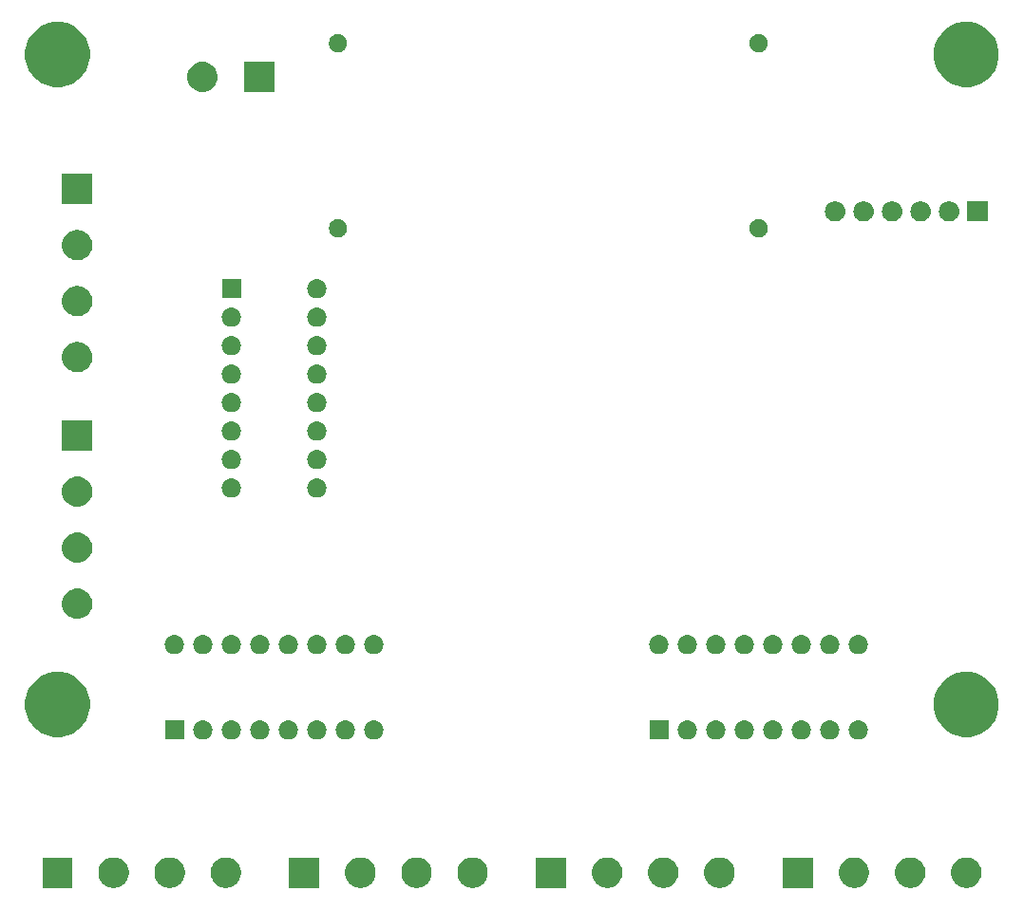
<source format=gbs>
G04 #@! TF.GenerationSoftware,KiCad,Pcbnew,5.0.2-bee76a0~70~ubuntu18.10.1*
G04 #@! TF.CreationDate,2019-05-13T16:40:49+01:00*
G04 #@! TF.ProjectId,alarm-monitor,616c6172-6d2d-46d6-9f6e-69746f722e6b,rev?*
G04 #@! TF.SameCoordinates,Original*
G04 #@! TF.FileFunction,Soldermask,Bot*
G04 #@! TF.FilePolarity,Negative*
%FSLAX46Y46*%
G04 Gerber Fmt 4.6, Leading zero omitted, Abs format (unit mm)*
G04 Created by KiCad (PCBNEW 5.0.2-bee76a0~70~ubuntu18.10.1) date Mon 13 May 2019 16:40:49 BST*
%MOMM*%
%LPD*%
G01*
G04 APERTURE LIST*
%ADD10C,0.100000*%
G04 APERTURE END LIST*
D10*
G36*
X115351000Y-142351000D02*
X112649000Y-142351000D01*
X112649000Y-139649000D01*
X115351000Y-139649000D01*
X115351000Y-142351000D01*
X115351000Y-142351000D01*
G37*
G36*
X85263567Y-139674959D02*
X85394072Y-139700918D01*
X85639939Y-139802759D01*
X85860464Y-139950110D01*
X85861215Y-139950612D01*
X86049388Y-140138785D01*
X86049390Y-140138788D01*
X86197241Y-140360061D01*
X86299082Y-140605928D01*
X86351000Y-140866938D01*
X86351000Y-141133062D01*
X86299082Y-141394072D01*
X86197241Y-141639939D01*
X86049890Y-141860464D01*
X86049388Y-141861215D01*
X85861215Y-142049388D01*
X85861212Y-142049390D01*
X85639939Y-142197241D01*
X85394072Y-142299082D01*
X85263567Y-142325041D01*
X85133063Y-142351000D01*
X84866937Y-142351000D01*
X84736433Y-142325041D01*
X84605928Y-142299082D01*
X84360061Y-142197241D01*
X84138788Y-142049390D01*
X84138785Y-142049388D01*
X83950612Y-141861215D01*
X83950110Y-141860464D01*
X83802759Y-141639939D01*
X83700918Y-141394072D01*
X83649000Y-141133062D01*
X83649000Y-140866938D01*
X83700918Y-140605928D01*
X83802759Y-140360061D01*
X83950610Y-140138788D01*
X83950612Y-140138785D01*
X84138785Y-139950612D01*
X84139536Y-139950110D01*
X84360061Y-139802759D01*
X84605928Y-139700918D01*
X84736433Y-139674959D01*
X84866937Y-139649000D01*
X85133063Y-139649000D01*
X85263567Y-139674959D01*
X85263567Y-139674959D01*
G37*
G36*
X63263567Y-139674959D02*
X63394072Y-139700918D01*
X63639939Y-139802759D01*
X63860464Y-139950110D01*
X63861215Y-139950612D01*
X64049388Y-140138785D01*
X64049390Y-140138788D01*
X64197241Y-140360061D01*
X64299082Y-140605928D01*
X64351000Y-140866938D01*
X64351000Y-141133062D01*
X64299082Y-141394072D01*
X64197241Y-141639939D01*
X64049890Y-141860464D01*
X64049388Y-141861215D01*
X63861215Y-142049388D01*
X63861212Y-142049390D01*
X63639939Y-142197241D01*
X63394072Y-142299082D01*
X63263567Y-142325041D01*
X63133063Y-142351000D01*
X62866937Y-142351000D01*
X62736433Y-142325041D01*
X62605928Y-142299082D01*
X62360061Y-142197241D01*
X62138788Y-142049390D01*
X62138785Y-142049388D01*
X61950612Y-141861215D01*
X61950110Y-141860464D01*
X61802759Y-141639939D01*
X61700918Y-141394072D01*
X61649000Y-141133062D01*
X61649000Y-140866938D01*
X61700918Y-140605928D01*
X61802759Y-140360061D01*
X61950610Y-140138788D01*
X61950612Y-140138785D01*
X62138785Y-139950612D01*
X62139536Y-139950110D01*
X62360061Y-139802759D01*
X62605928Y-139700918D01*
X62736433Y-139674959D01*
X62866937Y-139649000D01*
X63133063Y-139649000D01*
X63263567Y-139674959D01*
X63263567Y-139674959D01*
G37*
G36*
X58263567Y-139674959D02*
X58394072Y-139700918D01*
X58639939Y-139802759D01*
X58860464Y-139950110D01*
X58861215Y-139950612D01*
X59049388Y-140138785D01*
X59049390Y-140138788D01*
X59197241Y-140360061D01*
X59299082Y-140605928D01*
X59351000Y-140866938D01*
X59351000Y-141133062D01*
X59299082Y-141394072D01*
X59197241Y-141639939D01*
X59049890Y-141860464D01*
X59049388Y-141861215D01*
X58861215Y-142049388D01*
X58861212Y-142049390D01*
X58639939Y-142197241D01*
X58394072Y-142299082D01*
X58263567Y-142325041D01*
X58133063Y-142351000D01*
X57866937Y-142351000D01*
X57736433Y-142325041D01*
X57605928Y-142299082D01*
X57360061Y-142197241D01*
X57138788Y-142049390D01*
X57138785Y-142049388D01*
X56950612Y-141861215D01*
X56950110Y-141860464D01*
X56802759Y-141639939D01*
X56700918Y-141394072D01*
X56649000Y-141133062D01*
X56649000Y-140866938D01*
X56700918Y-140605928D01*
X56802759Y-140360061D01*
X56950610Y-140138788D01*
X56950612Y-140138785D01*
X57138785Y-139950612D01*
X57139536Y-139950110D01*
X57360061Y-139802759D01*
X57605928Y-139700918D01*
X57736433Y-139674959D01*
X57866937Y-139649000D01*
X58133063Y-139649000D01*
X58263567Y-139674959D01*
X58263567Y-139674959D01*
G37*
G36*
X53263567Y-139674959D02*
X53394072Y-139700918D01*
X53639939Y-139802759D01*
X53860464Y-139950110D01*
X53861215Y-139950612D01*
X54049388Y-140138785D01*
X54049390Y-140138788D01*
X54197241Y-140360061D01*
X54299082Y-140605928D01*
X54351000Y-140866938D01*
X54351000Y-141133062D01*
X54299082Y-141394072D01*
X54197241Y-141639939D01*
X54049890Y-141860464D01*
X54049388Y-141861215D01*
X53861215Y-142049388D01*
X53861212Y-142049390D01*
X53639939Y-142197241D01*
X53394072Y-142299082D01*
X53263567Y-142325041D01*
X53133063Y-142351000D01*
X52866937Y-142351000D01*
X52736433Y-142325041D01*
X52605928Y-142299082D01*
X52360061Y-142197241D01*
X52138788Y-142049390D01*
X52138785Y-142049388D01*
X51950612Y-141861215D01*
X51950110Y-141860464D01*
X51802759Y-141639939D01*
X51700918Y-141394072D01*
X51649000Y-141133062D01*
X51649000Y-140866938D01*
X51700918Y-140605928D01*
X51802759Y-140360061D01*
X51950610Y-140138788D01*
X51950612Y-140138785D01*
X52138785Y-139950612D01*
X52139536Y-139950110D01*
X52360061Y-139802759D01*
X52605928Y-139700918D01*
X52736433Y-139674959D01*
X52866937Y-139649000D01*
X53133063Y-139649000D01*
X53263567Y-139674959D01*
X53263567Y-139674959D01*
G37*
G36*
X49351000Y-142351000D02*
X46649000Y-142351000D01*
X46649000Y-139649000D01*
X49351000Y-139649000D01*
X49351000Y-142351000D01*
X49351000Y-142351000D01*
G37*
G36*
X71351000Y-142351000D02*
X68649000Y-142351000D01*
X68649000Y-139649000D01*
X71351000Y-139649000D01*
X71351000Y-142351000D01*
X71351000Y-142351000D01*
G37*
G36*
X75263567Y-139674959D02*
X75394072Y-139700918D01*
X75639939Y-139802759D01*
X75860464Y-139950110D01*
X75861215Y-139950612D01*
X76049388Y-140138785D01*
X76049390Y-140138788D01*
X76197241Y-140360061D01*
X76299082Y-140605928D01*
X76351000Y-140866938D01*
X76351000Y-141133062D01*
X76299082Y-141394072D01*
X76197241Y-141639939D01*
X76049890Y-141860464D01*
X76049388Y-141861215D01*
X75861215Y-142049388D01*
X75861212Y-142049390D01*
X75639939Y-142197241D01*
X75394072Y-142299082D01*
X75263567Y-142325041D01*
X75133063Y-142351000D01*
X74866937Y-142351000D01*
X74736433Y-142325041D01*
X74605928Y-142299082D01*
X74360061Y-142197241D01*
X74138788Y-142049390D01*
X74138785Y-142049388D01*
X73950612Y-141861215D01*
X73950110Y-141860464D01*
X73802759Y-141639939D01*
X73700918Y-141394072D01*
X73649000Y-141133062D01*
X73649000Y-140866938D01*
X73700918Y-140605928D01*
X73802759Y-140360061D01*
X73950610Y-140138788D01*
X73950612Y-140138785D01*
X74138785Y-139950612D01*
X74139536Y-139950110D01*
X74360061Y-139802759D01*
X74605928Y-139700918D01*
X74736433Y-139674959D01*
X74866937Y-139649000D01*
X75133063Y-139649000D01*
X75263567Y-139674959D01*
X75263567Y-139674959D01*
G37*
G36*
X80263567Y-139674959D02*
X80394072Y-139700918D01*
X80639939Y-139802759D01*
X80860464Y-139950110D01*
X80861215Y-139950612D01*
X81049388Y-140138785D01*
X81049390Y-140138788D01*
X81197241Y-140360061D01*
X81299082Y-140605928D01*
X81351000Y-140866938D01*
X81351000Y-141133062D01*
X81299082Y-141394072D01*
X81197241Y-141639939D01*
X81049890Y-141860464D01*
X81049388Y-141861215D01*
X80861215Y-142049388D01*
X80861212Y-142049390D01*
X80639939Y-142197241D01*
X80394072Y-142299082D01*
X80263567Y-142325041D01*
X80133063Y-142351000D01*
X79866937Y-142351000D01*
X79736433Y-142325041D01*
X79605928Y-142299082D01*
X79360061Y-142197241D01*
X79138788Y-142049390D01*
X79138785Y-142049388D01*
X78950612Y-141861215D01*
X78950110Y-141860464D01*
X78802759Y-141639939D01*
X78700918Y-141394072D01*
X78649000Y-141133062D01*
X78649000Y-140866938D01*
X78700918Y-140605928D01*
X78802759Y-140360061D01*
X78950610Y-140138788D01*
X78950612Y-140138785D01*
X79138785Y-139950612D01*
X79139536Y-139950110D01*
X79360061Y-139802759D01*
X79605928Y-139700918D01*
X79736433Y-139674959D01*
X79866937Y-139649000D01*
X80133063Y-139649000D01*
X80263567Y-139674959D01*
X80263567Y-139674959D01*
G37*
G36*
X93351000Y-142351000D02*
X90649000Y-142351000D01*
X90649000Y-139649000D01*
X93351000Y-139649000D01*
X93351000Y-142351000D01*
X93351000Y-142351000D01*
G37*
G36*
X97263567Y-139674959D02*
X97394072Y-139700918D01*
X97639939Y-139802759D01*
X97860464Y-139950110D01*
X97861215Y-139950612D01*
X98049388Y-140138785D01*
X98049390Y-140138788D01*
X98197241Y-140360061D01*
X98299082Y-140605928D01*
X98351000Y-140866938D01*
X98351000Y-141133062D01*
X98299082Y-141394072D01*
X98197241Y-141639939D01*
X98049890Y-141860464D01*
X98049388Y-141861215D01*
X97861215Y-142049388D01*
X97861212Y-142049390D01*
X97639939Y-142197241D01*
X97394072Y-142299082D01*
X97263567Y-142325041D01*
X97133063Y-142351000D01*
X96866937Y-142351000D01*
X96736433Y-142325041D01*
X96605928Y-142299082D01*
X96360061Y-142197241D01*
X96138788Y-142049390D01*
X96138785Y-142049388D01*
X95950612Y-141861215D01*
X95950110Y-141860464D01*
X95802759Y-141639939D01*
X95700918Y-141394072D01*
X95649000Y-141133062D01*
X95649000Y-140866938D01*
X95700918Y-140605928D01*
X95802759Y-140360061D01*
X95950610Y-140138788D01*
X95950612Y-140138785D01*
X96138785Y-139950612D01*
X96139536Y-139950110D01*
X96360061Y-139802759D01*
X96605928Y-139700918D01*
X96736433Y-139674959D01*
X96866937Y-139649000D01*
X97133063Y-139649000D01*
X97263567Y-139674959D01*
X97263567Y-139674959D01*
G37*
G36*
X102263567Y-139674959D02*
X102394072Y-139700918D01*
X102639939Y-139802759D01*
X102860464Y-139950110D01*
X102861215Y-139950612D01*
X103049388Y-140138785D01*
X103049390Y-140138788D01*
X103197241Y-140360061D01*
X103299082Y-140605928D01*
X103351000Y-140866938D01*
X103351000Y-141133062D01*
X103299082Y-141394072D01*
X103197241Y-141639939D01*
X103049890Y-141860464D01*
X103049388Y-141861215D01*
X102861215Y-142049388D01*
X102861212Y-142049390D01*
X102639939Y-142197241D01*
X102394072Y-142299082D01*
X102263567Y-142325041D01*
X102133063Y-142351000D01*
X101866937Y-142351000D01*
X101736433Y-142325041D01*
X101605928Y-142299082D01*
X101360061Y-142197241D01*
X101138788Y-142049390D01*
X101138785Y-142049388D01*
X100950612Y-141861215D01*
X100950110Y-141860464D01*
X100802759Y-141639939D01*
X100700918Y-141394072D01*
X100649000Y-141133062D01*
X100649000Y-140866938D01*
X100700918Y-140605928D01*
X100802759Y-140360061D01*
X100950610Y-140138788D01*
X100950612Y-140138785D01*
X101138785Y-139950612D01*
X101139536Y-139950110D01*
X101360061Y-139802759D01*
X101605928Y-139700918D01*
X101736433Y-139674959D01*
X101866937Y-139649000D01*
X102133063Y-139649000D01*
X102263567Y-139674959D01*
X102263567Y-139674959D01*
G37*
G36*
X107263567Y-139674959D02*
X107394072Y-139700918D01*
X107639939Y-139802759D01*
X107860464Y-139950110D01*
X107861215Y-139950612D01*
X108049388Y-140138785D01*
X108049390Y-140138788D01*
X108197241Y-140360061D01*
X108299082Y-140605928D01*
X108351000Y-140866938D01*
X108351000Y-141133062D01*
X108299082Y-141394072D01*
X108197241Y-141639939D01*
X108049890Y-141860464D01*
X108049388Y-141861215D01*
X107861215Y-142049388D01*
X107861212Y-142049390D01*
X107639939Y-142197241D01*
X107394072Y-142299082D01*
X107263567Y-142325041D01*
X107133063Y-142351000D01*
X106866937Y-142351000D01*
X106736433Y-142325041D01*
X106605928Y-142299082D01*
X106360061Y-142197241D01*
X106138788Y-142049390D01*
X106138785Y-142049388D01*
X105950612Y-141861215D01*
X105950110Y-141860464D01*
X105802759Y-141639939D01*
X105700918Y-141394072D01*
X105649000Y-141133062D01*
X105649000Y-140866938D01*
X105700918Y-140605928D01*
X105802759Y-140360061D01*
X105950610Y-140138788D01*
X105950612Y-140138785D01*
X106138785Y-139950612D01*
X106139536Y-139950110D01*
X106360061Y-139802759D01*
X106605928Y-139700918D01*
X106736433Y-139674959D01*
X106866937Y-139649000D01*
X107133063Y-139649000D01*
X107263567Y-139674959D01*
X107263567Y-139674959D01*
G37*
G36*
X129263567Y-139674959D02*
X129394072Y-139700918D01*
X129639939Y-139802759D01*
X129860464Y-139950110D01*
X129861215Y-139950612D01*
X130049388Y-140138785D01*
X130049390Y-140138788D01*
X130197241Y-140360061D01*
X130299082Y-140605928D01*
X130351000Y-140866938D01*
X130351000Y-141133062D01*
X130299082Y-141394072D01*
X130197241Y-141639939D01*
X130049890Y-141860464D01*
X130049388Y-141861215D01*
X129861215Y-142049388D01*
X129861212Y-142049390D01*
X129639939Y-142197241D01*
X129394072Y-142299082D01*
X129263567Y-142325041D01*
X129133063Y-142351000D01*
X128866937Y-142351000D01*
X128736433Y-142325041D01*
X128605928Y-142299082D01*
X128360061Y-142197241D01*
X128138788Y-142049390D01*
X128138785Y-142049388D01*
X127950612Y-141861215D01*
X127950110Y-141860464D01*
X127802759Y-141639939D01*
X127700918Y-141394072D01*
X127649000Y-141133062D01*
X127649000Y-140866938D01*
X127700918Y-140605928D01*
X127802759Y-140360061D01*
X127950610Y-140138788D01*
X127950612Y-140138785D01*
X128138785Y-139950612D01*
X128139536Y-139950110D01*
X128360061Y-139802759D01*
X128605928Y-139700918D01*
X128736433Y-139674959D01*
X128866937Y-139649000D01*
X129133063Y-139649000D01*
X129263567Y-139674959D01*
X129263567Y-139674959D01*
G37*
G36*
X124263567Y-139674959D02*
X124394072Y-139700918D01*
X124639939Y-139802759D01*
X124860464Y-139950110D01*
X124861215Y-139950612D01*
X125049388Y-140138785D01*
X125049390Y-140138788D01*
X125197241Y-140360061D01*
X125299082Y-140605928D01*
X125351000Y-140866938D01*
X125351000Y-141133062D01*
X125299082Y-141394072D01*
X125197241Y-141639939D01*
X125049890Y-141860464D01*
X125049388Y-141861215D01*
X124861215Y-142049388D01*
X124861212Y-142049390D01*
X124639939Y-142197241D01*
X124394072Y-142299082D01*
X124263567Y-142325041D01*
X124133063Y-142351000D01*
X123866937Y-142351000D01*
X123736433Y-142325041D01*
X123605928Y-142299082D01*
X123360061Y-142197241D01*
X123138788Y-142049390D01*
X123138785Y-142049388D01*
X122950612Y-141861215D01*
X122950110Y-141860464D01*
X122802759Y-141639939D01*
X122700918Y-141394072D01*
X122649000Y-141133062D01*
X122649000Y-140866938D01*
X122700918Y-140605928D01*
X122802759Y-140360061D01*
X122950610Y-140138788D01*
X122950612Y-140138785D01*
X123138785Y-139950612D01*
X123139536Y-139950110D01*
X123360061Y-139802759D01*
X123605928Y-139700918D01*
X123736433Y-139674959D01*
X123866937Y-139649000D01*
X124133063Y-139649000D01*
X124263567Y-139674959D01*
X124263567Y-139674959D01*
G37*
G36*
X119263567Y-139674959D02*
X119394072Y-139700918D01*
X119639939Y-139802759D01*
X119860464Y-139950110D01*
X119861215Y-139950612D01*
X120049388Y-140138785D01*
X120049390Y-140138788D01*
X120197241Y-140360061D01*
X120299082Y-140605928D01*
X120351000Y-140866938D01*
X120351000Y-141133062D01*
X120299082Y-141394072D01*
X120197241Y-141639939D01*
X120049890Y-141860464D01*
X120049388Y-141861215D01*
X119861215Y-142049388D01*
X119861212Y-142049390D01*
X119639939Y-142197241D01*
X119394072Y-142299082D01*
X119263567Y-142325041D01*
X119133063Y-142351000D01*
X118866937Y-142351000D01*
X118736433Y-142325041D01*
X118605928Y-142299082D01*
X118360061Y-142197241D01*
X118138788Y-142049390D01*
X118138785Y-142049388D01*
X117950612Y-141861215D01*
X117950110Y-141860464D01*
X117802759Y-141639939D01*
X117700918Y-141394072D01*
X117649000Y-141133062D01*
X117649000Y-140866938D01*
X117700918Y-140605928D01*
X117802759Y-140360061D01*
X117950610Y-140138788D01*
X117950612Y-140138785D01*
X118138785Y-139950612D01*
X118139536Y-139950110D01*
X118360061Y-139802759D01*
X118605928Y-139700918D01*
X118736433Y-139674959D01*
X118866937Y-139649000D01*
X119133063Y-139649000D01*
X119263567Y-139674959D01*
X119263567Y-139674959D01*
G37*
G36*
X63666821Y-127431313D02*
X63666824Y-127431314D01*
X63666825Y-127431314D01*
X63827239Y-127479975D01*
X63827241Y-127479976D01*
X63827244Y-127479977D01*
X63975078Y-127558995D01*
X64104659Y-127665341D01*
X64211005Y-127794922D01*
X64290023Y-127942756D01*
X64338687Y-128103179D01*
X64355117Y-128270000D01*
X64338687Y-128436821D01*
X64338686Y-128436824D01*
X64338686Y-128436825D01*
X64298035Y-128570834D01*
X64290023Y-128597244D01*
X64211005Y-128745078D01*
X64104659Y-128874659D01*
X63975078Y-128981005D01*
X63827244Y-129060023D01*
X63827241Y-129060024D01*
X63827239Y-129060025D01*
X63666825Y-129108686D01*
X63666824Y-129108686D01*
X63666821Y-129108687D01*
X63541804Y-129121000D01*
X63458196Y-129121000D01*
X63333179Y-129108687D01*
X63333176Y-129108686D01*
X63333175Y-129108686D01*
X63172761Y-129060025D01*
X63172759Y-129060024D01*
X63172756Y-129060023D01*
X63024922Y-128981005D01*
X62895341Y-128874659D01*
X62788995Y-128745078D01*
X62709977Y-128597244D01*
X62701966Y-128570834D01*
X62661314Y-128436825D01*
X62661314Y-128436824D01*
X62661313Y-128436821D01*
X62644883Y-128270000D01*
X62661313Y-128103179D01*
X62709977Y-127942756D01*
X62788995Y-127794922D01*
X62895341Y-127665341D01*
X63024922Y-127558995D01*
X63172756Y-127479977D01*
X63172759Y-127479976D01*
X63172761Y-127479975D01*
X63333175Y-127431314D01*
X63333176Y-127431314D01*
X63333179Y-127431313D01*
X63458196Y-127419000D01*
X63541804Y-127419000D01*
X63666821Y-127431313D01*
X63666821Y-127431313D01*
G37*
G36*
X73826821Y-127431313D02*
X73826824Y-127431314D01*
X73826825Y-127431314D01*
X73987239Y-127479975D01*
X73987241Y-127479976D01*
X73987244Y-127479977D01*
X74135078Y-127558995D01*
X74264659Y-127665341D01*
X74371005Y-127794922D01*
X74450023Y-127942756D01*
X74498687Y-128103179D01*
X74515117Y-128270000D01*
X74498687Y-128436821D01*
X74498686Y-128436824D01*
X74498686Y-128436825D01*
X74458035Y-128570834D01*
X74450023Y-128597244D01*
X74371005Y-128745078D01*
X74264659Y-128874659D01*
X74135078Y-128981005D01*
X73987244Y-129060023D01*
X73987241Y-129060024D01*
X73987239Y-129060025D01*
X73826825Y-129108686D01*
X73826824Y-129108686D01*
X73826821Y-129108687D01*
X73701804Y-129121000D01*
X73618196Y-129121000D01*
X73493179Y-129108687D01*
X73493176Y-129108686D01*
X73493175Y-129108686D01*
X73332761Y-129060025D01*
X73332759Y-129060024D01*
X73332756Y-129060023D01*
X73184922Y-128981005D01*
X73055341Y-128874659D01*
X72948995Y-128745078D01*
X72869977Y-128597244D01*
X72861966Y-128570834D01*
X72821314Y-128436825D01*
X72821314Y-128436824D01*
X72821313Y-128436821D01*
X72804883Y-128270000D01*
X72821313Y-128103179D01*
X72869977Y-127942756D01*
X72948995Y-127794922D01*
X73055341Y-127665341D01*
X73184922Y-127558995D01*
X73332756Y-127479977D01*
X73332759Y-127479976D01*
X73332761Y-127479975D01*
X73493175Y-127431314D01*
X73493176Y-127431314D01*
X73493179Y-127431313D01*
X73618196Y-127419000D01*
X73701804Y-127419000D01*
X73826821Y-127431313D01*
X73826821Y-127431313D01*
G37*
G36*
X102451000Y-129121000D02*
X100749000Y-129121000D01*
X100749000Y-127419000D01*
X102451000Y-127419000D01*
X102451000Y-129121000D01*
X102451000Y-129121000D01*
G37*
G36*
X104306821Y-127431313D02*
X104306824Y-127431314D01*
X104306825Y-127431314D01*
X104467239Y-127479975D01*
X104467241Y-127479976D01*
X104467244Y-127479977D01*
X104615078Y-127558995D01*
X104744659Y-127665341D01*
X104851005Y-127794922D01*
X104930023Y-127942756D01*
X104978687Y-128103179D01*
X104995117Y-128270000D01*
X104978687Y-128436821D01*
X104978686Y-128436824D01*
X104978686Y-128436825D01*
X104938035Y-128570834D01*
X104930023Y-128597244D01*
X104851005Y-128745078D01*
X104744659Y-128874659D01*
X104615078Y-128981005D01*
X104467244Y-129060023D01*
X104467241Y-129060024D01*
X104467239Y-129060025D01*
X104306825Y-129108686D01*
X104306824Y-129108686D01*
X104306821Y-129108687D01*
X104181804Y-129121000D01*
X104098196Y-129121000D01*
X103973179Y-129108687D01*
X103973176Y-129108686D01*
X103973175Y-129108686D01*
X103812761Y-129060025D01*
X103812759Y-129060024D01*
X103812756Y-129060023D01*
X103664922Y-128981005D01*
X103535341Y-128874659D01*
X103428995Y-128745078D01*
X103349977Y-128597244D01*
X103341966Y-128570834D01*
X103301314Y-128436825D01*
X103301314Y-128436824D01*
X103301313Y-128436821D01*
X103284883Y-128270000D01*
X103301313Y-128103179D01*
X103349977Y-127942756D01*
X103428995Y-127794922D01*
X103535341Y-127665341D01*
X103664922Y-127558995D01*
X103812756Y-127479977D01*
X103812759Y-127479976D01*
X103812761Y-127479975D01*
X103973175Y-127431314D01*
X103973176Y-127431314D01*
X103973179Y-127431313D01*
X104098196Y-127419000D01*
X104181804Y-127419000D01*
X104306821Y-127431313D01*
X104306821Y-127431313D01*
G37*
G36*
X106846821Y-127431313D02*
X106846824Y-127431314D01*
X106846825Y-127431314D01*
X107007239Y-127479975D01*
X107007241Y-127479976D01*
X107007244Y-127479977D01*
X107155078Y-127558995D01*
X107284659Y-127665341D01*
X107391005Y-127794922D01*
X107470023Y-127942756D01*
X107518687Y-128103179D01*
X107535117Y-128270000D01*
X107518687Y-128436821D01*
X107518686Y-128436824D01*
X107518686Y-128436825D01*
X107478035Y-128570834D01*
X107470023Y-128597244D01*
X107391005Y-128745078D01*
X107284659Y-128874659D01*
X107155078Y-128981005D01*
X107007244Y-129060023D01*
X107007241Y-129060024D01*
X107007239Y-129060025D01*
X106846825Y-129108686D01*
X106846824Y-129108686D01*
X106846821Y-129108687D01*
X106721804Y-129121000D01*
X106638196Y-129121000D01*
X106513179Y-129108687D01*
X106513176Y-129108686D01*
X106513175Y-129108686D01*
X106352761Y-129060025D01*
X106352759Y-129060024D01*
X106352756Y-129060023D01*
X106204922Y-128981005D01*
X106075341Y-128874659D01*
X105968995Y-128745078D01*
X105889977Y-128597244D01*
X105881966Y-128570834D01*
X105841314Y-128436825D01*
X105841314Y-128436824D01*
X105841313Y-128436821D01*
X105824883Y-128270000D01*
X105841313Y-128103179D01*
X105889977Y-127942756D01*
X105968995Y-127794922D01*
X106075341Y-127665341D01*
X106204922Y-127558995D01*
X106352756Y-127479977D01*
X106352759Y-127479976D01*
X106352761Y-127479975D01*
X106513175Y-127431314D01*
X106513176Y-127431314D01*
X106513179Y-127431313D01*
X106638196Y-127419000D01*
X106721804Y-127419000D01*
X106846821Y-127431313D01*
X106846821Y-127431313D01*
G37*
G36*
X109386821Y-127431313D02*
X109386824Y-127431314D01*
X109386825Y-127431314D01*
X109547239Y-127479975D01*
X109547241Y-127479976D01*
X109547244Y-127479977D01*
X109695078Y-127558995D01*
X109824659Y-127665341D01*
X109931005Y-127794922D01*
X110010023Y-127942756D01*
X110058687Y-128103179D01*
X110075117Y-128270000D01*
X110058687Y-128436821D01*
X110058686Y-128436824D01*
X110058686Y-128436825D01*
X110018035Y-128570834D01*
X110010023Y-128597244D01*
X109931005Y-128745078D01*
X109824659Y-128874659D01*
X109695078Y-128981005D01*
X109547244Y-129060023D01*
X109547241Y-129060024D01*
X109547239Y-129060025D01*
X109386825Y-129108686D01*
X109386824Y-129108686D01*
X109386821Y-129108687D01*
X109261804Y-129121000D01*
X109178196Y-129121000D01*
X109053179Y-129108687D01*
X109053176Y-129108686D01*
X109053175Y-129108686D01*
X108892761Y-129060025D01*
X108892759Y-129060024D01*
X108892756Y-129060023D01*
X108744922Y-128981005D01*
X108615341Y-128874659D01*
X108508995Y-128745078D01*
X108429977Y-128597244D01*
X108421966Y-128570834D01*
X108381314Y-128436825D01*
X108381314Y-128436824D01*
X108381313Y-128436821D01*
X108364883Y-128270000D01*
X108381313Y-128103179D01*
X108429977Y-127942756D01*
X108508995Y-127794922D01*
X108615341Y-127665341D01*
X108744922Y-127558995D01*
X108892756Y-127479977D01*
X108892759Y-127479976D01*
X108892761Y-127479975D01*
X109053175Y-127431314D01*
X109053176Y-127431314D01*
X109053179Y-127431313D01*
X109178196Y-127419000D01*
X109261804Y-127419000D01*
X109386821Y-127431313D01*
X109386821Y-127431313D01*
G37*
G36*
X114466821Y-127431313D02*
X114466824Y-127431314D01*
X114466825Y-127431314D01*
X114627239Y-127479975D01*
X114627241Y-127479976D01*
X114627244Y-127479977D01*
X114775078Y-127558995D01*
X114904659Y-127665341D01*
X115011005Y-127794922D01*
X115090023Y-127942756D01*
X115138687Y-128103179D01*
X115155117Y-128270000D01*
X115138687Y-128436821D01*
X115138686Y-128436824D01*
X115138686Y-128436825D01*
X115098035Y-128570834D01*
X115090023Y-128597244D01*
X115011005Y-128745078D01*
X114904659Y-128874659D01*
X114775078Y-128981005D01*
X114627244Y-129060023D01*
X114627241Y-129060024D01*
X114627239Y-129060025D01*
X114466825Y-129108686D01*
X114466824Y-129108686D01*
X114466821Y-129108687D01*
X114341804Y-129121000D01*
X114258196Y-129121000D01*
X114133179Y-129108687D01*
X114133176Y-129108686D01*
X114133175Y-129108686D01*
X113972761Y-129060025D01*
X113972759Y-129060024D01*
X113972756Y-129060023D01*
X113824922Y-128981005D01*
X113695341Y-128874659D01*
X113588995Y-128745078D01*
X113509977Y-128597244D01*
X113501966Y-128570834D01*
X113461314Y-128436825D01*
X113461314Y-128436824D01*
X113461313Y-128436821D01*
X113444883Y-128270000D01*
X113461313Y-128103179D01*
X113509977Y-127942756D01*
X113588995Y-127794922D01*
X113695341Y-127665341D01*
X113824922Y-127558995D01*
X113972756Y-127479977D01*
X113972759Y-127479976D01*
X113972761Y-127479975D01*
X114133175Y-127431314D01*
X114133176Y-127431314D01*
X114133179Y-127431313D01*
X114258196Y-127419000D01*
X114341804Y-127419000D01*
X114466821Y-127431313D01*
X114466821Y-127431313D01*
G37*
G36*
X76366821Y-127431313D02*
X76366824Y-127431314D01*
X76366825Y-127431314D01*
X76527239Y-127479975D01*
X76527241Y-127479976D01*
X76527244Y-127479977D01*
X76675078Y-127558995D01*
X76804659Y-127665341D01*
X76911005Y-127794922D01*
X76990023Y-127942756D01*
X77038687Y-128103179D01*
X77055117Y-128270000D01*
X77038687Y-128436821D01*
X77038686Y-128436824D01*
X77038686Y-128436825D01*
X76998035Y-128570834D01*
X76990023Y-128597244D01*
X76911005Y-128745078D01*
X76804659Y-128874659D01*
X76675078Y-128981005D01*
X76527244Y-129060023D01*
X76527241Y-129060024D01*
X76527239Y-129060025D01*
X76366825Y-129108686D01*
X76366824Y-129108686D01*
X76366821Y-129108687D01*
X76241804Y-129121000D01*
X76158196Y-129121000D01*
X76033179Y-129108687D01*
X76033176Y-129108686D01*
X76033175Y-129108686D01*
X75872761Y-129060025D01*
X75872759Y-129060024D01*
X75872756Y-129060023D01*
X75724922Y-128981005D01*
X75595341Y-128874659D01*
X75488995Y-128745078D01*
X75409977Y-128597244D01*
X75401966Y-128570834D01*
X75361314Y-128436825D01*
X75361314Y-128436824D01*
X75361313Y-128436821D01*
X75344883Y-128270000D01*
X75361313Y-128103179D01*
X75409977Y-127942756D01*
X75488995Y-127794922D01*
X75595341Y-127665341D01*
X75724922Y-127558995D01*
X75872756Y-127479977D01*
X75872759Y-127479976D01*
X75872761Y-127479975D01*
X76033175Y-127431314D01*
X76033176Y-127431314D01*
X76033179Y-127431313D01*
X76158196Y-127419000D01*
X76241804Y-127419000D01*
X76366821Y-127431313D01*
X76366821Y-127431313D01*
G37*
G36*
X68746821Y-127431313D02*
X68746824Y-127431314D01*
X68746825Y-127431314D01*
X68907239Y-127479975D01*
X68907241Y-127479976D01*
X68907244Y-127479977D01*
X69055078Y-127558995D01*
X69184659Y-127665341D01*
X69291005Y-127794922D01*
X69370023Y-127942756D01*
X69418687Y-128103179D01*
X69435117Y-128270000D01*
X69418687Y-128436821D01*
X69418686Y-128436824D01*
X69418686Y-128436825D01*
X69378035Y-128570834D01*
X69370023Y-128597244D01*
X69291005Y-128745078D01*
X69184659Y-128874659D01*
X69055078Y-128981005D01*
X68907244Y-129060023D01*
X68907241Y-129060024D01*
X68907239Y-129060025D01*
X68746825Y-129108686D01*
X68746824Y-129108686D01*
X68746821Y-129108687D01*
X68621804Y-129121000D01*
X68538196Y-129121000D01*
X68413179Y-129108687D01*
X68413176Y-129108686D01*
X68413175Y-129108686D01*
X68252761Y-129060025D01*
X68252759Y-129060024D01*
X68252756Y-129060023D01*
X68104922Y-128981005D01*
X67975341Y-128874659D01*
X67868995Y-128745078D01*
X67789977Y-128597244D01*
X67781966Y-128570834D01*
X67741314Y-128436825D01*
X67741314Y-128436824D01*
X67741313Y-128436821D01*
X67724883Y-128270000D01*
X67741313Y-128103179D01*
X67789977Y-127942756D01*
X67868995Y-127794922D01*
X67975341Y-127665341D01*
X68104922Y-127558995D01*
X68252756Y-127479977D01*
X68252759Y-127479976D01*
X68252761Y-127479975D01*
X68413175Y-127431314D01*
X68413176Y-127431314D01*
X68413179Y-127431313D01*
X68538196Y-127419000D01*
X68621804Y-127419000D01*
X68746821Y-127431313D01*
X68746821Y-127431313D01*
G37*
G36*
X66206821Y-127431313D02*
X66206824Y-127431314D01*
X66206825Y-127431314D01*
X66367239Y-127479975D01*
X66367241Y-127479976D01*
X66367244Y-127479977D01*
X66515078Y-127558995D01*
X66644659Y-127665341D01*
X66751005Y-127794922D01*
X66830023Y-127942756D01*
X66878687Y-128103179D01*
X66895117Y-128270000D01*
X66878687Y-128436821D01*
X66878686Y-128436824D01*
X66878686Y-128436825D01*
X66838035Y-128570834D01*
X66830023Y-128597244D01*
X66751005Y-128745078D01*
X66644659Y-128874659D01*
X66515078Y-128981005D01*
X66367244Y-129060023D01*
X66367241Y-129060024D01*
X66367239Y-129060025D01*
X66206825Y-129108686D01*
X66206824Y-129108686D01*
X66206821Y-129108687D01*
X66081804Y-129121000D01*
X65998196Y-129121000D01*
X65873179Y-129108687D01*
X65873176Y-129108686D01*
X65873175Y-129108686D01*
X65712761Y-129060025D01*
X65712759Y-129060024D01*
X65712756Y-129060023D01*
X65564922Y-128981005D01*
X65435341Y-128874659D01*
X65328995Y-128745078D01*
X65249977Y-128597244D01*
X65241966Y-128570834D01*
X65201314Y-128436825D01*
X65201314Y-128436824D01*
X65201313Y-128436821D01*
X65184883Y-128270000D01*
X65201313Y-128103179D01*
X65249977Y-127942756D01*
X65328995Y-127794922D01*
X65435341Y-127665341D01*
X65564922Y-127558995D01*
X65712756Y-127479977D01*
X65712759Y-127479976D01*
X65712761Y-127479975D01*
X65873175Y-127431314D01*
X65873176Y-127431314D01*
X65873179Y-127431313D01*
X65998196Y-127419000D01*
X66081804Y-127419000D01*
X66206821Y-127431313D01*
X66206821Y-127431313D01*
G37*
G36*
X111926821Y-127431313D02*
X111926824Y-127431314D01*
X111926825Y-127431314D01*
X112087239Y-127479975D01*
X112087241Y-127479976D01*
X112087244Y-127479977D01*
X112235078Y-127558995D01*
X112364659Y-127665341D01*
X112471005Y-127794922D01*
X112550023Y-127942756D01*
X112598687Y-128103179D01*
X112615117Y-128270000D01*
X112598687Y-128436821D01*
X112598686Y-128436824D01*
X112598686Y-128436825D01*
X112558035Y-128570834D01*
X112550023Y-128597244D01*
X112471005Y-128745078D01*
X112364659Y-128874659D01*
X112235078Y-128981005D01*
X112087244Y-129060023D01*
X112087241Y-129060024D01*
X112087239Y-129060025D01*
X111926825Y-129108686D01*
X111926824Y-129108686D01*
X111926821Y-129108687D01*
X111801804Y-129121000D01*
X111718196Y-129121000D01*
X111593179Y-129108687D01*
X111593176Y-129108686D01*
X111593175Y-129108686D01*
X111432761Y-129060025D01*
X111432759Y-129060024D01*
X111432756Y-129060023D01*
X111284922Y-128981005D01*
X111155341Y-128874659D01*
X111048995Y-128745078D01*
X110969977Y-128597244D01*
X110961966Y-128570834D01*
X110921314Y-128436825D01*
X110921314Y-128436824D01*
X110921313Y-128436821D01*
X110904883Y-128270000D01*
X110921313Y-128103179D01*
X110969977Y-127942756D01*
X111048995Y-127794922D01*
X111155341Y-127665341D01*
X111284922Y-127558995D01*
X111432756Y-127479977D01*
X111432759Y-127479976D01*
X111432761Y-127479975D01*
X111593175Y-127431314D01*
X111593176Y-127431314D01*
X111593179Y-127431313D01*
X111718196Y-127419000D01*
X111801804Y-127419000D01*
X111926821Y-127431313D01*
X111926821Y-127431313D01*
G37*
G36*
X61126821Y-127431313D02*
X61126824Y-127431314D01*
X61126825Y-127431314D01*
X61287239Y-127479975D01*
X61287241Y-127479976D01*
X61287244Y-127479977D01*
X61435078Y-127558995D01*
X61564659Y-127665341D01*
X61671005Y-127794922D01*
X61750023Y-127942756D01*
X61798687Y-128103179D01*
X61815117Y-128270000D01*
X61798687Y-128436821D01*
X61798686Y-128436824D01*
X61798686Y-128436825D01*
X61758035Y-128570834D01*
X61750023Y-128597244D01*
X61671005Y-128745078D01*
X61564659Y-128874659D01*
X61435078Y-128981005D01*
X61287244Y-129060023D01*
X61287241Y-129060024D01*
X61287239Y-129060025D01*
X61126825Y-129108686D01*
X61126824Y-129108686D01*
X61126821Y-129108687D01*
X61001804Y-129121000D01*
X60918196Y-129121000D01*
X60793179Y-129108687D01*
X60793176Y-129108686D01*
X60793175Y-129108686D01*
X60632761Y-129060025D01*
X60632759Y-129060024D01*
X60632756Y-129060023D01*
X60484922Y-128981005D01*
X60355341Y-128874659D01*
X60248995Y-128745078D01*
X60169977Y-128597244D01*
X60161966Y-128570834D01*
X60121314Y-128436825D01*
X60121314Y-128436824D01*
X60121313Y-128436821D01*
X60104883Y-128270000D01*
X60121313Y-128103179D01*
X60169977Y-127942756D01*
X60248995Y-127794922D01*
X60355341Y-127665341D01*
X60484922Y-127558995D01*
X60632756Y-127479977D01*
X60632759Y-127479976D01*
X60632761Y-127479975D01*
X60793175Y-127431314D01*
X60793176Y-127431314D01*
X60793179Y-127431313D01*
X60918196Y-127419000D01*
X61001804Y-127419000D01*
X61126821Y-127431313D01*
X61126821Y-127431313D01*
G37*
G36*
X59271000Y-129121000D02*
X57569000Y-129121000D01*
X57569000Y-127419000D01*
X59271000Y-127419000D01*
X59271000Y-129121000D01*
X59271000Y-129121000D01*
G37*
G36*
X117006821Y-127431313D02*
X117006824Y-127431314D01*
X117006825Y-127431314D01*
X117167239Y-127479975D01*
X117167241Y-127479976D01*
X117167244Y-127479977D01*
X117315078Y-127558995D01*
X117444659Y-127665341D01*
X117551005Y-127794922D01*
X117630023Y-127942756D01*
X117678687Y-128103179D01*
X117695117Y-128270000D01*
X117678687Y-128436821D01*
X117678686Y-128436824D01*
X117678686Y-128436825D01*
X117638035Y-128570834D01*
X117630023Y-128597244D01*
X117551005Y-128745078D01*
X117444659Y-128874659D01*
X117315078Y-128981005D01*
X117167244Y-129060023D01*
X117167241Y-129060024D01*
X117167239Y-129060025D01*
X117006825Y-129108686D01*
X117006824Y-129108686D01*
X117006821Y-129108687D01*
X116881804Y-129121000D01*
X116798196Y-129121000D01*
X116673179Y-129108687D01*
X116673176Y-129108686D01*
X116673175Y-129108686D01*
X116512761Y-129060025D01*
X116512759Y-129060024D01*
X116512756Y-129060023D01*
X116364922Y-128981005D01*
X116235341Y-128874659D01*
X116128995Y-128745078D01*
X116049977Y-128597244D01*
X116041966Y-128570834D01*
X116001314Y-128436825D01*
X116001314Y-128436824D01*
X116001313Y-128436821D01*
X115984883Y-128270000D01*
X116001313Y-128103179D01*
X116049977Y-127942756D01*
X116128995Y-127794922D01*
X116235341Y-127665341D01*
X116364922Y-127558995D01*
X116512756Y-127479977D01*
X116512759Y-127479976D01*
X116512761Y-127479975D01*
X116673175Y-127431314D01*
X116673176Y-127431314D01*
X116673179Y-127431313D01*
X116798196Y-127419000D01*
X116881804Y-127419000D01*
X117006821Y-127431313D01*
X117006821Y-127431313D01*
G37*
G36*
X119546821Y-127431313D02*
X119546824Y-127431314D01*
X119546825Y-127431314D01*
X119707239Y-127479975D01*
X119707241Y-127479976D01*
X119707244Y-127479977D01*
X119855078Y-127558995D01*
X119984659Y-127665341D01*
X120091005Y-127794922D01*
X120170023Y-127942756D01*
X120218687Y-128103179D01*
X120235117Y-128270000D01*
X120218687Y-128436821D01*
X120218686Y-128436824D01*
X120218686Y-128436825D01*
X120178035Y-128570834D01*
X120170023Y-128597244D01*
X120091005Y-128745078D01*
X119984659Y-128874659D01*
X119855078Y-128981005D01*
X119707244Y-129060023D01*
X119707241Y-129060024D01*
X119707239Y-129060025D01*
X119546825Y-129108686D01*
X119546824Y-129108686D01*
X119546821Y-129108687D01*
X119421804Y-129121000D01*
X119338196Y-129121000D01*
X119213179Y-129108687D01*
X119213176Y-129108686D01*
X119213175Y-129108686D01*
X119052761Y-129060025D01*
X119052759Y-129060024D01*
X119052756Y-129060023D01*
X118904922Y-128981005D01*
X118775341Y-128874659D01*
X118668995Y-128745078D01*
X118589977Y-128597244D01*
X118581966Y-128570834D01*
X118541314Y-128436825D01*
X118541314Y-128436824D01*
X118541313Y-128436821D01*
X118524883Y-128270000D01*
X118541313Y-128103179D01*
X118589977Y-127942756D01*
X118668995Y-127794922D01*
X118775341Y-127665341D01*
X118904922Y-127558995D01*
X119052756Y-127479977D01*
X119052759Y-127479976D01*
X119052761Y-127479975D01*
X119213175Y-127431314D01*
X119213176Y-127431314D01*
X119213179Y-127431313D01*
X119338196Y-127419000D01*
X119421804Y-127419000D01*
X119546821Y-127431313D01*
X119546821Y-127431313D01*
G37*
G36*
X71286821Y-127431313D02*
X71286824Y-127431314D01*
X71286825Y-127431314D01*
X71447239Y-127479975D01*
X71447241Y-127479976D01*
X71447244Y-127479977D01*
X71595078Y-127558995D01*
X71724659Y-127665341D01*
X71831005Y-127794922D01*
X71910023Y-127942756D01*
X71958687Y-128103179D01*
X71975117Y-128270000D01*
X71958687Y-128436821D01*
X71958686Y-128436824D01*
X71958686Y-128436825D01*
X71918035Y-128570834D01*
X71910023Y-128597244D01*
X71831005Y-128745078D01*
X71724659Y-128874659D01*
X71595078Y-128981005D01*
X71447244Y-129060023D01*
X71447241Y-129060024D01*
X71447239Y-129060025D01*
X71286825Y-129108686D01*
X71286824Y-129108686D01*
X71286821Y-129108687D01*
X71161804Y-129121000D01*
X71078196Y-129121000D01*
X70953179Y-129108687D01*
X70953176Y-129108686D01*
X70953175Y-129108686D01*
X70792761Y-129060025D01*
X70792759Y-129060024D01*
X70792756Y-129060023D01*
X70644922Y-128981005D01*
X70515341Y-128874659D01*
X70408995Y-128745078D01*
X70329977Y-128597244D01*
X70321966Y-128570834D01*
X70281314Y-128436825D01*
X70281314Y-128436824D01*
X70281313Y-128436821D01*
X70264883Y-128270000D01*
X70281313Y-128103179D01*
X70329977Y-127942756D01*
X70408995Y-127794922D01*
X70515341Y-127665341D01*
X70644922Y-127558995D01*
X70792756Y-127479977D01*
X70792759Y-127479976D01*
X70792761Y-127479975D01*
X70953175Y-127431314D01*
X70953176Y-127431314D01*
X70953179Y-127431313D01*
X71078196Y-127419000D01*
X71161804Y-127419000D01*
X71286821Y-127431313D01*
X71286821Y-127431313D01*
G37*
G36*
X129846190Y-123210483D02*
X130374138Y-123429166D01*
X130849283Y-123746648D01*
X131253352Y-124150717D01*
X131570834Y-124625862D01*
X131789517Y-125153810D01*
X131901000Y-125714275D01*
X131901000Y-126285725D01*
X131789517Y-126846190D01*
X131570834Y-127374138D01*
X131253352Y-127849283D01*
X130849283Y-128253352D01*
X130374138Y-128570834D01*
X129846190Y-128789517D01*
X129285725Y-128901000D01*
X128714275Y-128901000D01*
X128153810Y-128789517D01*
X127625862Y-128570834D01*
X127150717Y-128253352D01*
X126746648Y-127849283D01*
X126429166Y-127374138D01*
X126210483Y-126846190D01*
X126099000Y-126285725D01*
X126099000Y-125714275D01*
X126210483Y-125153810D01*
X126429166Y-124625862D01*
X126746648Y-124150717D01*
X127150717Y-123746648D01*
X127625862Y-123429166D01*
X128153810Y-123210483D01*
X128714275Y-123099000D01*
X129285725Y-123099000D01*
X129846190Y-123210483D01*
X129846190Y-123210483D01*
G37*
G36*
X48846190Y-123210483D02*
X49374138Y-123429166D01*
X49849283Y-123746648D01*
X50253352Y-124150717D01*
X50570834Y-124625862D01*
X50789517Y-125153810D01*
X50901000Y-125714275D01*
X50901000Y-126285725D01*
X50789517Y-126846190D01*
X50570834Y-127374138D01*
X50253352Y-127849283D01*
X49849283Y-128253352D01*
X49374138Y-128570834D01*
X48846190Y-128789517D01*
X48285725Y-128901000D01*
X47714275Y-128901000D01*
X47153810Y-128789517D01*
X46625862Y-128570834D01*
X46150717Y-128253352D01*
X45746648Y-127849283D01*
X45429166Y-127374138D01*
X45210483Y-126846190D01*
X45099000Y-126285725D01*
X45099000Y-125714275D01*
X45210483Y-125153810D01*
X45429166Y-124625862D01*
X45746648Y-124150717D01*
X46150717Y-123746648D01*
X46625862Y-123429166D01*
X47153810Y-123210483D01*
X47714275Y-123099000D01*
X48285725Y-123099000D01*
X48846190Y-123210483D01*
X48846190Y-123210483D01*
G37*
G36*
X71286821Y-119811313D02*
X71286824Y-119811314D01*
X71286825Y-119811314D01*
X71447239Y-119859975D01*
X71447241Y-119859976D01*
X71447244Y-119859977D01*
X71595078Y-119938995D01*
X71724659Y-120045341D01*
X71831005Y-120174922D01*
X71910023Y-120322756D01*
X71958687Y-120483179D01*
X71975117Y-120650000D01*
X71958687Y-120816821D01*
X71910023Y-120977244D01*
X71831005Y-121125078D01*
X71724659Y-121254659D01*
X71595078Y-121361005D01*
X71447244Y-121440023D01*
X71447241Y-121440024D01*
X71447239Y-121440025D01*
X71286825Y-121488686D01*
X71286824Y-121488686D01*
X71286821Y-121488687D01*
X71161804Y-121501000D01*
X71078196Y-121501000D01*
X70953179Y-121488687D01*
X70953176Y-121488686D01*
X70953175Y-121488686D01*
X70792761Y-121440025D01*
X70792759Y-121440024D01*
X70792756Y-121440023D01*
X70644922Y-121361005D01*
X70515341Y-121254659D01*
X70408995Y-121125078D01*
X70329977Y-120977244D01*
X70281313Y-120816821D01*
X70264883Y-120650000D01*
X70281313Y-120483179D01*
X70329977Y-120322756D01*
X70408995Y-120174922D01*
X70515341Y-120045341D01*
X70644922Y-119938995D01*
X70792756Y-119859977D01*
X70792759Y-119859976D01*
X70792761Y-119859975D01*
X70953175Y-119811314D01*
X70953176Y-119811314D01*
X70953179Y-119811313D01*
X71078196Y-119799000D01*
X71161804Y-119799000D01*
X71286821Y-119811313D01*
X71286821Y-119811313D01*
G37*
G36*
X68746821Y-119811313D02*
X68746824Y-119811314D01*
X68746825Y-119811314D01*
X68907239Y-119859975D01*
X68907241Y-119859976D01*
X68907244Y-119859977D01*
X69055078Y-119938995D01*
X69184659Y-120045341D01*
X69291005Y-120174922D01*
X69370023Y-120322756D01*
X69418687Y-120483179D01*
X69435117Y-120650000D01*
X69418687Y-120816821D01*
X69370023Y-120977244D01*
X69291005Y-121125078D01*
X69184659Y-121254659D01*
X69055078Y-121361005D01*
X68907244Y-121440023D01*
X68907241Y-121440024D01*
X68907239Y-121440025D01*
X68746825Y-121488686D01*
X68746824Y-121488686D01*
X68746821Y-121488687D01*
X68621804Y-121501000D01*
X68538196Y-121501000D01*
X68413179Y-121488687D01*
X68413176Y-121488686D01*
X68413175Y-121488686D01*
X68252761Y-121440025D01*
X68252759Y-121440024D01*
X68252756Y-121440023D01*
X68104922Y-121361005D01*
X67975341Y-121254659D01*
X67868995Y-121125078D01*
X67789977Y-120977244D01*
X67741313Y-120816821D01*
X67724883Y-120650000D01*
X67741313Y-120483179D01*
X67789977Y-120322756D01*
X67868995Y-120174922D01*
X67975341Y-120045341D01*
X68104922Y-119938995D01*
X68252756Y-119859977D01*
X68252759Y-119859976D01*
X68252761Y-119859975D01*
X68413175Y-119811314D01*
X68413176Y-119811314D01*
X68413179Y-119811313D01*
X68538196Y-119799000D01*
X68621804Y-119799000D01*
X68746821Y-119811313D01*
X68746821Y-119811313D01*
G37*
G36*
X73826821Y-119811313D02*
X73826824Y-119811314D01*
X73826825Y-119811314D01*
X73987239Y-119859975D01*
X73987241Y-119859976D01*
X73987244Y-119859977D01*
X74135078Y-119938995D01*
X74264659Y-120045341D01*
X74371005Y-120174922D01*
X74450023Y-120322756D01*
X74498687Y-120483179D01*
X74515117Y-120650000D01*
X74498687Y-120816821D01*
X74450023Y-120977244D01*
X74371005Y-121125078D01*
X74264659Y-121254659D01*
X74135078Y-121361005D01*
X73987244Y-121440023D01*
X73987241Y-121440024D01*
X73987239Y-121440025D01*
X73826825Y-121488686D01*
X73826824Y-121488686D01*
X73826821Y-121488687D01*
X73701804Y-121501000D01*
X73618196Y-121501000D01*
X73493179Y-121488687D01*
X73493176Y-121488686D01*
X73493175Y-121488686D01*
X73332761Y-121440025D01*
X73332759Y-121440024D01*
X73332756Y-121440023D01*
X73184922Y-121361005D01*
X73055341Y-121254659D01*
X72948995Y-121125078D01*
X72869977Y-120977244D01*
X72821313Y-120816821D01*
X72804883Y-120650000D01*
X72821313Y-120483179D01*
X72869977Y-120322756D01*
X72948995Y-120174922D01*
X73055341Y-120045341D01*
X73184922Y-119938995D01*
X73332756Y-119859977D01*
X73332759Y-119859976D01*
X73332761Y-119859975D01*
X73493175Y-119811314D01*
X73493176Y-119811314D01*
X73493179Y-119811313D01*
X73618196Y-119799000D01*
X73701804Y-119799000D01*
X73826821Y-119811313D01*
X73826821Y-119811313D01*
G37*
G36*
X66206821Y-119811313D02*
X66206824Y-119811314D01*
X66206825Y-119811314D01*
X66367239Y-119859975D01*
X66367241Y-119859976D01*
X66367244Y-119859977D01*
X66515078Y-119938995D01*
X66644659Y-120045341D01*
X66751005Y-120174922D01*
X66830023Y-120322756D01*
X66878687Y-120483179D01*
X66895117Y-120650000D01*
X66878687Y-120816821D01*
X66830023Y-120977244D01*
X66751005Y-121125078D01*
X66644659Y-121254659D01*
X66515078Y-121361005D01*
X66367244Y-121440023D01*
X66367241Y-121440024D01*
X66367239Y-121440025D01*
X66206825Y-121488686D01*
X66206824Y-121488686D01*
X66206821Y-121488687D01*
X66081804Y-121501000D01*
X65998196Y-121501000D01*
X65873179Y-121488687D01*
X65873176Y-121488686D01*
X65873175Y-121488686D01*
X65712761Y-121440025D01*
X65712759Y-121440024D01*
X65712756Y-121440023D01*
X65564922Y-121361005D01*
X65435341Y-121254659D01*
X65328995Y-121125078D01*
X65249977Y-120977244D01*
X65201313Y-120816821D01*
X65184883Y-120650000D01*
X65201313Y-120483179D01*
X65249977Y-120322756D01*
X65328995Y-120174922D01*
X65435341Y-120045341D01*
X65564922Y-119938995D01*
X65712756Y-119859977D01*
X65712759Y-119859976D01*
X65712761Y-119859975D01*
X65873175Y-119811314D01*
X65873176Y-119811314D01*
X65873179Y-119811313D01*
X65998196Y-119799000D01*
X66081804Y-119799000D01*
X66206821Y-119811313D01*
X66206821Y-119811313D01*
G37*
G36*
X76366821Y-119811313D02*
X76366824Y-119811314D01*
X76366825Y-119811314D01*
X76527239Y-119859975D01*
X76527241Y-119859976D01*
X76527244Y-119859977D01*
X76675078Y-119938995D01*
X76804659Y-120045341D01*
X76911005Y-120174922D01*
X76990023Y-120322756D01*
X77038687Y-120483179D01*
X77055117Y-120650000D01*
X77038687Y-120816821D01*
X76990023Y-120977244D01*
X76911005Y-121125078D01*
X76804659Y-121254659D01*
X76675078Y-121361005D01*
X76527244Y-121440023D01*
X76527241Y-121440024D01*
X76527239Y-121440025D01*
X76366825Y-121488686D01*
X76366824Y-121488686D01*
X76366821Y-121488687D01*
X76241804Y-121501000D01*
X76158196Y-121501000D01*
X76033179Y-121488687D01*
X76033176Y-121488686D01*
X76033175Y-121488686D01*
X75872761Y-121440025D01*
X75872759Y-121440024D01*
X75872756Y-121440023D01*
X75724922Y-121361005D01*
X75595341Y-121254659D01*
X75488995Y-121125078D01*
X75409977Y-120977244D01*
X75361313Y-120816821D01*
X75344883Y-120650000D01*
X75361313Y-120483179D01*
X75409977Y-120322756D01*
X75488995Y-120174922D01*
X75595341Y-120045341D01*
X75724922Y-119938995D01*
X75872756Y-119859977D01*
X75872759Y-119859976D01*
X75872761Y-119859975D01*
X76033175Y-119811314D01*
X76033176Y-119811314D01*
X76033179Y-119811313D01*
X76158196Y-119799000D01*
X76241804Y-119799000D01*
X76366821Y-119811313D01*
X76366821Y-119811313D01*
G37*
G36*
X63666821Y-119811313D02*
X63666824Y-119811314D01*
X63666825Y-119811314D01*
X63827239Y-119859975D01*
X63827241Y-119859976D01*
X63827244Y-119859977D01*
X63975078Y-119938995D01*
X64104659Y-120045341D01*
X64211005Y-120174922D01*
X64290023Y-120322756D01*
X64338687Y-120483179D01*
X64355117Y-120650000D01*
X64338687Y-120816821D01*
X64290023Y-120977244D01*
X64211005Y-121125078D01*
X64104659Y-121254659D01*
X63975078Y-121361005D01*
X63827244Y-121440023D01*
X63827241Y-121440024D01*
X63827239Y-121440025D01*
X63666825Y-121488686D01*
X63666824Y-121488686D01*
X63666821Y-121488687D01*
X63541804Y-121501000D01*
X63458196Y-121501000D01*
X63333179Y-121488687D01*
X63333176Y-121488686D01*
X63333175Y-121488686D01*
X63172761Y-121440025D01*
X63172759Y-121440024D01*
X63172756Y-121440023D01*
X63024922Y-121361005D01*
X62895341Y-121254659D01*
X62788995Y-121125078D01*
X62709977Y-120977244D01*
X62661313Y-120816821D01*
X62644883Y-120650000D01*
X62661313Y-120483179D01*
X62709977Y-120322756D01*
X62788995Y-120174922D01*
X62895341Y-120045341D01*
X63024922Y-119938995D01*
X63172756Y-119859977D01*
X63172759Y-119859976D01*
X63172761Y-119859975D01*
X63333175Y-119811314D01*
X63333176Y-119811314D01*
X63333179Y-119811313D01*
X63458196Y-119799000D01*
X63541804Y-119799000D01*
X63666821Y-119811313D01*
X63666821Y-119811313D01*
G37*
G36*
X101766821Y-119811313D02*
X101766824Y-119811314D01*
X101766825Y-119811314D01*
X101927239Y-119859975D01*
X101927241Y-119859976D01*
X101927244Y-119859977D01*
X102075078Y-119938995D01*
X102204659Y-120045341D01*
X102311005Y-120174922D01*
X102390023Y-120322756D01*
X102438687Y-120483179D01*
X102455117Y-120650000D01*
X102438687Y-120816821D01*
X102390023Y-120977244D01*
X102311005Y-121125078D01*
X102204659Y-121254659D01*
X102075078Y-121361005D01*
X101927244Y-121440023D01*
X101927241Y-121440024D01*
X101927239Y-121440025D01*
X101766825Y-121488686D01*
X101766824Y-121488686D01*
X101766821Y-121488687D01*
X101641804Y-121501000D01*
X101558196Y-121501000D01*
X101433179Y-121488687D01*
X101433176Y-121488686D01*
X101433175Y-121488686D01*
X101272761Y-121440025D01*
X101272759Y-121440024D01*
X101272756Y-121440023D01*
X101124922Y-121361005D01*
X100995341Y-121254659D01*
X100888995Y-121125078D01*
X100809977Y-120977244D01*
X100761313Y-120816821D01*
X100744883Y-120650000D01*
X100761313Y-120483179D01*
X100809977Y-120322756D01*
X100888995Y-120174922D01*
X100995341Y-120045341D01*
X101124922Y-119938995D01*
X101272756Y-119859977D01*
X101272759Y-119859976D01*
X101272761Y-119859975D01*
X101433175Y-119811314D01*
X101433176Y-119811314D01*
X101433179Y-119811313D01*
X101558196Y-119799000D01*
X101641804Y-119799000D01*
X101766821Y-119811313D01*
X101766821Y-119811313D01*
G37*
G36*
X58586821Y-119811313D02*
X58586824Y-119811314D01*
X58586825Y-119811314D01*
X58747239Y-119859975D01*
X58747241Y-119859976D01*
X58747244Y-119859977D01*
X58895078Y-119938995D01*
X59024659Y-120045341D01*
X59131005Y-120174922D01*
X59210023Y-120322756D01*
X59258687Y-120483179D01*
X59275117Y-120650000D01*
X59258687Y-120816821D01*
X59210023Y-120977244D01*
X59131005Y-121125078D01*
X59024659Y-121254659D01*
X58895078Y-121361005D01*
X58747244Y-121440023D01*
X58747241Y-121440024D01*
X58747239Y-121440025D01*
X58586825Y-121488686D01*
X58586824Y-121488686D01*
X58586821Y-121488687D01*
X58461804Y-121501000D01*
X58378196Y-121501000D01*
X58253179Y-121488687D01*
X58253176Y-121488686D01*
X58253175Y-121488686D01*
X58092761Y-121440025D01*
X58092759Y-121440024D01*
X58092756Y-121440023D01*
X57944922Y-121361005D01*
X57815341Y-121254659D01*
X57708995Y-121125078D01*
X57629977Y-120977244D01*
X57581313Y-120816821D01*
X57564883Y-120650000D01*
X57581313Y-120483179D01*
X57629977Y-120322756D01*
X57708995Y-120174922D01*
X57815341Y-120045341D01*
X57944922Y-119938995D01*
X58092756Y-119859977D01*
X58092759Y-119859976D01*
X58092761Y-119859975D01*
X58253175Y-119811314D01*
X58253176Y-119811314D01*
X58253179Y-119811313D01*
X58378196Y-119799000D01*
X58461804Y-119799000D01*
X58586821Y-119811313D01*
X58586821Y-119811313D01*
G37*
G36*
X111926821Y-119811313D02*
X111926824Y-119811314D01*
X111926825Y-119811314D01*
X112087239Y-119859975D01*
X112087241Y-119859976D01*
X112087244Y-119859977D01*
X112235078Y-119938995D01*
X112364659Y-120045341D01*
X112471005Y-120174922D01*
X112550023Y-120322756D01*
X112598687Y-120483179D01*
X112615117Y-120650000D01*
X112598687Y-120816821D01*
X112550023Y-120977244D01*
X112471005Y-121125078D01*
X112364659Y-121254659D01*
X112235078Y-121361005D01*
X112087244Y-121440023D01*
X112087241Y-121440024D01*
X112087239Y-121440025D01*
X111926825Y-121488686D01*
X111926824Y-121488686D01*
X111926821Y-121488687D01*
X111801804Y-121501000D01*
X111718196Y-121501000D01*
X111593179Y-121488687D01*
X111593176Y-121488686D01*
X111593175Y-121488686D01*
X111432761Y-121440025D01*
X111432759Y-121440024D01*
X111432756Y-121440023D01*
X111284922Y-121361005D01*
X111155341Y-121254659D01*
X111048995Y-121125078D01*
X110969977Y-120977244D01*
X110921313Y-120816821D01*
X110904883Y-120650000D01*
X110921313Y-120483179D01*
X110969977Y-120322756D01*
X111048995Y-120174922D01*
X111155341Y-120045341D01*
X111284922Y-119938995D01*
X111432756Y-119859977D01*
X111432759Y-119859976D01*
X111432761Y-119859975D01*
X111593175Y-119811314D01*
X111593176Y-119811314D01*
X111593179Y-119811313D01*
X111718196Y-119799000D01*
X111801804Y-119799000D01*
X111926821Y-119811313D01*
X111926821Y-119811313D01*
G37*
G36*
X114466821Y-119811313D02*
X114466824Y-119811314D01*
X114466825Y-119811314D01*
X114627239Y-119859975D01*
X114627241Y-119859976D01*
X114627244Y-119859977D01*
X114775078Y-119938995D01*
X114904659Y-120045341D01*
X115011005Y-120174922D01*
X115090023Y-120322756D01*
X115138687Y-120483179D01*
X115155117Y-120650000D01*
X115138687Y-120816821D01*
X115090023Y-120977244D01*
X115011005Y-121125078D01*
X114904659Y-121254659D01*
X114775078Y-121361005D01*
X114627244Y-121440023D01*
X114627241Y-121440024D01*
X114627239Y-121440025D01*
X114466825Y-121488686D01*
X114466824Y-121488686D01*
X114466821Y-121488687D01*
X114341804Y-121501000D01*
X114258196Y-121501000D01*
X114133179Y-121488687D01*
X114133176Y-121488686D01*
X114133175Y-121488686D01*
X113972761Y-121440025D01*
X113972759Y-121440024D01*
X113972756Y-121440023D01*
X113824922Y-121361005D01*
X113695341Y-121254659D01*
X113588995Y-121125078D01*
X113509977Y-120977244D01*
X113461313Y-120816821D01*
X113444883Y-120650000D01*
X113461313Y-120483179D01*
X113509977Y-120322756D01*
X113588995Y-120174922D01*
X113695341Y-120045341D01*
X113824922Y-119938995D01*
X113972756Y-119859977D01*
X113972759Y-119859976D01*
X113972761Y-119859975D01*
X114133175Y-119811314D01*
X114133176Y-119811314D01*
X114133179Y-119811313D01*
X114258196Y-119799000D01*
X114341804Y-119799000D01*
X114466821Y-119811313D01*
X114466821Y-119811313D01*
G37*
G36*
X119546821Y-119811313D02*
X119546824Y-119811314D01*
X119546825Y-119811314D01*
X119707239Y-119859975D01*
X119707241Y-119859976D01*
X119707244Y-119859977D01*
X119855078Y-119938995D01*
X119984659Y-120045341D01*
X120091005Y-120174922D01*
X120170023Y-120322756D01*
X120218687Y-120483179D01*
X120235117Y-120650000D01*
X120218687Y-120816821D01*
X120170023Y-120977244D01*
X120091005Y-121125078D01*
X119984659Y-121254659D01*
X119855078Y-121361005D01*
X119707244Y-121440023D01*
X119707241Y-121440024D01*
X119707239Y-121440025D01*
X119546825Y-121488686D01*
X119546824Y-121488686D01*
X119546821Y-121488687D01*
X119421804Y-121501000D01*
X119338196Y-121501000D01*
X119213179Y-121488687D01*
X119213176Y-121488686D01*
X119213175Y-121488686D01*
X119052761Y-121440025D01*
X119052759Y-121440024D01*
X119052756Y-121440023D01*
X118904922Y-121361005D01*
X118775341Y-121254659D01*
X118668995Y-121125078D01*
X118589977Y-120977244D01*
X118541313Y-120816821D01*
X118524883Y-120650000D01*
X118541313Y-120483179D01*
X118589977Y-120322756D01*
X118668995Y-120174922D01*
X118775341Y-120045341D01*
X118904922Y-119938995D01*
X119052756Y-119859977D01*
X119052759Y-119859976D01*
X119052761Y-119859975D01*
X119213175Y-119811314D01*
X119213176Y-119811314D01*
X119213179Y-119811313D01*
X119338196Y-119799000D01*
X119421804Y-119799000D01*
X119546821Y-119811313D01*
X119546821Y-119811313D01*
G37*
G36*
X106846821Y-119811313D02*
X106846824Y-119811314D01*
X106846825Y-119811314D01*
X107007239Y-119859975D01*
X107007241Y-119859976D01*
X107007244Y-119859977D01*
X107155078Y-119938995D01*
X107284659Y-120045341D01*
X107391005Y-120174922D01*
X107470023Y-120322756D01*
X107518687Y-120483179D01*
X107535117Y-120650000D01*
X107518687Y-120816821D01*
X107470023Y-120977244D01*
X107391005Y-121125078D01*
X107284659Y-121254659D01*
X107155078Y-121361005D01*
X107007244Y-121440023D01*
X107007241Y-121440024D01*
X107007239Y-121440025D01*
X106846825Y-121488686D01*
X106846824Y-121488686D01*
X106846821Y-121488687D01*
X106721804Y-121501000D01*
X106638196Y-121501000D01*
X106513179Y-121488687D01*
X106513176Y-121488686D01*
X106513175Y-121488686D01*
X106352761Y-121440025D01*
X106352759Y-121440024D01*
X106352756Y-121440023D01*
X106204922Y-121361005D01*
X106075341Y-121254659D01*
X105968995Y-121125078D01*
X105889977Y-120977244D01*
X105841313Y-120816821D01*
X105824883Y-120650000D01*
X105841313Y-120483179D01*
X105889977Y-120322756D01*
X105968995Y-120174922D01*
X106075341Y-120045341D01*
X106204922Y-119938995D01*
X106352756Y-119859977D01*
X106352759Y-119859976D01*
X106352761Y-119859975D01*
X106513175Y-119811314D01*
X106513176Y-119811314D01*
X106513179Y-119811313D01*
X106638196Y-119799000D01*
X106721804Y-119799000D01*
X106846821Y-119811313D01*
X106846821Y-119811313D01*
G37*
G36*
X104306821Y-119811313D02*
X104306824Y-119811314D01*
X104306825Y-119811314D01*
X104467239Y-119859975D01*
X104467241Y-119859976D01*
X104467244Y-119859977D01*
X104615078Y-119938995D01*
X104744659Y-120045341D01*
X104851005Y-120174922D01*
X104930023Y-120322756D01*
X104978687Y-120483179D01*
X104995117Y-120650000D01*
X104978687Y-120816821D01*
X104930023Y-120977244D01*
X104851005Y-121125078D01*
X104744659Y-121254659D01*
X104615078Y-121361005D01*
X104467244Y-121440023D01*
X104467241Y-121440024D01*
X104467239Y-121440025D01*
X104306825Y-121488686D01*
X104306824Y-121488686D01*
X104306821Y-121488687D01*
X104181804Y-121501000D01*
X104098196Y-121501000D01*
X103973179Y-121488687D01*
X103973176Y-121488686D01*
X103973175Y-121488686D01*
X103812761Y-121440025D01*
X103812759Y-121440024D01*
X103812756Y-121440023D01*
X103664922Y-121361005D01*
X103535341Y-121254659D01*
X103428995Y-121125078D01*
X103349977Y-120977244D01*
X103301313Y-120816821D01*
X103284883Y-120650000D01*
X103301313Y-120483179D01*
X103349977Y-120322756D01*
X103428995Y-120174922D01*
X103535341Y-120045341D01*
X103664922Y-119938995D01*
X103812756Y-119859977D01*
X103812759Y-119859976D01*
X103812761Y-119859975D01*
X103973175Y-119811314D01*
X103973176Y-119811314D01*
X103973179Y-119811313D01*
X104098196Y-119799000D01*
X104181804Y-119799000D01*
X104306821Y-119811313D01*
X104306821Y-119811313D01*
G37*
G36*
X117006821Y-119811313D02*
X117006824Y-119811314D01*
X117006825Y-119811314D01*
X117167239Y-119859975D01*
X117167241Y-119859976D01*
X117167244Y-119859977D01*
X117315078Y-119938995D01*
X117444659Y-120045341D01*
X117551005Y-120174922D01*
X117630023Y-120322756D01*
X117678687Y-120483179D01*
X117695117Y-120650000D01*
X117678687Y-120816821D01*
X117630023Y-120977244D01*
X117551005Y-121125078D01*
X117444659Y-121254659D01*
X117315078Y-121361005D01*
X117167244Y-121440023D01*
X117167241Y-121440024D01*
X117167239Y-121440025D01*
X117006825Y-121488686D01*
X117006824Y-121488686D01*
X117006821Y-121488687D01*
X116881804Y-121501000D01*
X116798196Y-121501000D01*
X116673179Y-121488687D01*
X116673176Y-121488686D01*
X116673175Y-121488686D01*
X116512761Y-121440025D01*
X116512759Y-121440024D01*
X116512756Y-121440023D01*
X116364922Y-121361005D01*
X116235341Y-121254659D01*
X116128995Y-121125078D01*
X116049977Y-120977244D01*
X116001313Y-120816821D01*
X115984883Y-120650000D01*
X116001313Y-120483179D01*
X116049977Y-120322756D01*
X116128995Y-120174922D01*
X116235341Y-120045341D01*
X116364922Y-119938995D01*
X116512756Y-119859977D01*
X116512759Y-119859976D01*
X116512761Y-119859975D01*
X116673175Y-119811314D01*
X116673176Y-119811314D01*
X116673179Y-119811313D01*
X116798196Y-119799000D01*
X116881804Y-119799000D01*
X117006821Y-119811313D01*
X117006821Y-119811313D01*
G37*
G36*
X61126821Y-119811313D02*
X61126824Y-119811314D01*
X61126825Y-119811314D01*
X61287239Y-119859975D01*
X61287241Y-119859976D01*
X61287244Y-119859977D01*
X61435078Y-119938995D01*
X61564659Y-120045341D01*
X61671005Y-120174922D01*
X61750023Y-120322756D01*
X61798687Y-120483179D01*
X61815117Y-120650000D01*
X61798687Y-120816821D01*
X61750023Y-120977244D01*
X61671005Y-121125078D01*
X61564659Y-121254659D01*
X61435078Y-121361005D01*
X61287244Y-121440023D01*
X61287241Y-121440024D01*
X61287239Y-121440025D01*
X61126825Y-121488686D01*
X61126824Y-121488686D01*
X61126821Y-121488687D01*
X61001804Y-121501000D01*
X60918196Y-121501000D01*
X60793179Y-121488687D01*
X60793176Y-121488686D01*
X60793175Y-121488686D01*
X60632761Y-121440025D01*
X60632759Y-121440024D01*
X60632756Y-121440023D01*
X60484922Y-121361005D01*
X60355341Y-121254659D01*
X60248995Y-121125078D01*
X60169977Y-120977244D01*
X60121313Y-120816821D01*
X60104883Y-120650000D01*
X60121313Y-120483179D01*
X60169977Y-120322756D01*
X60248995Y-120174922D01*
X60355341Y-120045341D01*
X60484922Y-119938995D01*
X60632756Y-119859977D01*
X60632759Y-119859976D01*
X60632761Y-119859975D01*
X60793175Y-119811314D01*
X60793176Y-119811314D01*
X60793179Y-119811313D01*
X60918196Y-119799000D01*
X61001804Y-119799000D01*
X61126821Y-119811313D01*
X61126821Y-119811313D01*
G37*
G36*
X109386821Y-119811313D02*
X109386824Y-119811314D01*
X109386825Y-119811314D01*
X109547239Y-119859975D01*
X109547241Y-119859976D01*
X109547244Y-119859977D01*
X109695078Y-119938995D01*
X109824659Y-120045341D01*
X109931005Y-120174922D01*
X110010023Y-120322756D01*
X110058687Y-120483179D01*
X110075117Y-120650000D01*
X110058687Y-120816821D01*
X110010023Y-120977244D01*
X109931005Y-121125078D01*
X109824659Y-121254659D01*
X109695078Y-121361005D01*
X109547244Y-121440023D01*
X109547241Y-121440024D01*
X109547239Y-121440025D01*
X109386825Y-121488686D01*
X109386824Y-121488686D01*
X109386821Y-121488687D01*
X109261804Y-121501000D01*
X109178196Y-121501000D01*
X109053179Y-121488687D01*
X109053176Y-121488686D01*
X109053175Y-121488686D01*
X108892761Y-121440025D01*
X108892759Y-121440024D01*
X108892756Y-121440023D01*
X108744922Y-121361005D01*
X108615341Y-121254659D01*
X108508995Y-121125078D01*
X108429977Y-120977244D01*
X108381313Y-120816821D01*
X108364883Y-120650000D01*
X108381313Y-120483179D01*
X108429977Y-120322756D01*
X108508995Y-120174922D01*
X108615341Y-120045341D01*
X108744922Y-119938995D01*
X108892756Y-119859977D01*
X108892759Y-119859976D01*
X108892761Y-119859975D01*
X109053175Y-119811314D01*
X109053176Y-119811314D01*
X109053179Y-119811313D01*
X109178196Y-119799000D01*
X109261804Y-119799000D01*
X109386821Y-119811313D01*
X109386821Y-119811313D01*
G37*
G36*
X50013567Y-115674959D02*
X50144072Y-115700918D01*
X50389939Y-115802759D01*
X50610464Y-115950110D01*
X50611215Y-115950612D01*
X50799388Y-116138785D01*
X50799390Y-116138788D01*
X50947241Y-116360061D01*
X51049082Y-116605928D01*
X51101000Y-116866938D01*
X51101000Y-117133062D01*
X51049082Y-117394072D01*
X50947241Y-117639939D01*
X50799890Y-117860464D01*
X50799388Y-117861215D01*
X50611215Y-118049388D01*
X50611212Y-118049390D01*
X50389939Y-118197241D01*
X50144072Y-118299082D01*
X50013567Y-118325041D01*
X49883063Y-118351000D01*
X49616937Y-118351000D01*
X49486433Y-118325041D01*
X49355928Y-118299082D01*
X49110061Y-118197241D01*
X48888788Y-118049390D01*
X48888785Y-118049388D01*
X48700612Y-117861215D01*
X48700110Y-117860464D01*
X48552759Y-117639939D01*
X48450918Y-117394072D01*
X48399000Y-117133062D01*
X48399000Y-116866938D01*
X48450918Y-116605928D01*
X48552759Y-116360061D01*
X48700610Y-116138788D01*
X48700612Y-116138785D01*
X48888785Y-115950612D01*
X48889536Y-115950110D01*
X49110061Y-115802759D01*
X49355928Y-115700918D01*
X49486433Y-115674959D01*
X49616937Y-115649000D01*
X49883063Y-115649000D01*
X50013567Y-115674959D01*
X50013567Y-115674959D01*
G37*
G36*
X50013567Y-110674959D02*
X50144072Y-110700918D01*
X50389939Y-110802759D01*
X50610464Y-110950110D01*
X50611215Y-110950612D01*
X50799388Y-111138785D01*
X50799390Y-111138788D01*
X50947241Y-111360061D01*
X51049082Y-111605928D01*
X51101000Y-111866938D01*
X51101000Y-112133062D01*
X51049082Y-112394072D01*
X50947241Y-112639939D01*
X50799890Y-112860464D01*
X50799388Y-112861215D01*
X50611215Y-113049388D01*
X50611212Y-113049390D01*
X50389939Y-113197241D01*
X50144072Y-113299082D01*
X50013567Y-113325041D01*
X49883063Y-113351000D01*
X49616937Y-113351000D01*
X49486433Y-113325041D01*
X49355928Y-113299082D01*
X49110061Y-113197241D01*
X48888788Y-113049390D01*
X48888785Y-113049388D01*
X48700612Y-112861215D01*
X48700110Y-112860464D01*
X48552759Y-112639939D01*
X48450918Y-112394072D01*
X48399000Y-112133062D01*
X48399000Y-111866938D01*
X48450918Y-111605928D01*
X48552759Y-111360061D01*
X48700610Y-111138788D01*
X48700612Y-111138785D01*
X48888785Y-110950612D01*
X48889536Y-110950110D01*
X49110061Y-110802759D01*
X49355928Y-110700918D01*
X49486433Y-110674959D01*
X49616937Y-110649000D01*
X49883063Y-110649000D01*
X50013567Y-110674959D01*
X50013567Y-110674959D01*
G37*
G36*
X50013567Y-105674959D02*
X50144072Y-105700918D01*
X50389939Y-105802759D01*
X50610464Y-105950110D01*
X50611215Y-105950612D01*
X50799388Y-106138785D01*
X50799390Y-106138788D01*
X50947241Y-106360061D01*
X51010664Y-106513179D01*
X51049082Y-106605929D01*
X51096999Y-106846821D01*
X51101000Y-106866938D01*
X51101000Y-107133062D01*
X51049082Y-107394072D01*
X50947241Y-107639939D01*
X50799890Y-107860464D01*
X50799388Y-107861215D01*
X50611215Y-108049388D01*
X50611212Y-108049390D01*
X50389939Y-108197241D01*
X50144072Y-108299082D01*
X50013567Y-108325041D01*
X49883063Y-108351000D01*
X49616937Y-108351000D01*
X49486433Y-108325041D01*
X49355928Y-108299082D01*
X49110061Y-108197241D01*
X48888788Y-108049390D01*
X48888785Y-108049388D01*
X48700612Y-107861215D01*
X48700110Y-107860464D01*
X48552759Y-107639939D01*
X48450918Y-107394072D01*
X48399000Y-107133062D01*
X48399000Y-106866938D01*
X48403002Y-106846821D01*
X48450918Y-106605929D01*
X48489336Y-106513179D01*
X48552759Y-106360061D01*
X48700610Y-106138788D01*
X48700612Y-106138785D01*
X48888785Y-105950612D01*
X48889536Y-105950110D01*
X49110061Y-105802759D01*
X49355928Y-105700918D01*
X49486433Y-105674959D01*
X49616937Y-105649000D01*
X49883063Y-105649000D01*
X50013567Y-105674959D01*
X50013567Y-105674959D01*
G37*
G36*
X71286821Y-105841313D02*
X71286824Y-105841314D01*
X71286825Y-105841314D01*
X71447239Y-105889975D01*
X71447241Y-105889976D01*
X71447244Y-105889977D01*
X71595078Y-105968995D01*
X71724659Y-106075341D01*
X71831005Y-106204922D01*
X71910023Y-106352756D01*
X71958687Y-106513179D01*
X71975117Y-106680000D01*
X71958687Y-106846821D01*
X71910023Y-107007244D01*
X71831005Y-107155078D01*
X71724659Y-107284659D01*
X71595078Y-107391005D01*
X71447244Y-107470023D01*
X71447241Y-107470024D01*
X71447239Y-107470025D01*
X71286825Y-107518686D01*
X71286824Y-107518686D01*
X71286821Y-107518687D01*
X71161804Y-107531000D01*
X71078196Y-107531000D01*
X70953179Y-107518687D01*
X70953176Y-107518686D01*
X70953175Y-107518686D01*
X70792761Y-107470025D01*
X70792759Y-107470024D01*
X70792756Y-107470023D01*
X70644922Y-107391005D01*
X70515341Y-107284659D01*
X70408995Y-107155078D01*
X70329977Y-107007244D01*
X70281313Y-106846821D01*
X70264883Y-106680000D01*
X70281313Y-106513179D01*
X70329977Y-106352756D01*
X70408995Y-106204922D01*
X70515341Y-106075341D01*
X70644922Y-105968995D01*
X70792756Y-105889977D01*
X70792759Y-105889976D01*
X70792761Y-105889975D01*
X70953175Y-105841314D01*
X70953176Y-105841314D01*
X70953179Y-105841313D01*
X71078196Y-105829000D01*
X71161804Y-105829000D01*
X71286821Y-105841313D01*
X71286821Y-105841313D01*
G37*
G36*
X63666821Y-105841313D02*
X63666824Y-105841314D01*
X63666825Y-105841314D01*
X63827239Y-105889975D01*
X63827241Y-105889976D01*
X63827244Y-105889977D01*
X63975078Y-105968995D01*
X64104659Y-106075341D01*
X64211005Y-106204922D01*
X64290023Y-106352756D01*
X64338687Y-106513179D01*
X64355117Y-106680000D01*
X64338687Y-106846821D01*
X64290023Y-107007244D01*
X64211005Y-107155078D01*
X64104659Y-107284659D01*
X63975078Y-107391005D01*
X63827244Y-107470023D01*
X63827241Y-107470024D01*
X63827239Y-107470025D01*
X63666825Y-107518686D01*
X63666824Y-107518686D01*
X63666821Y-107518687D01*
X63541804Y-107531000D01*
X63458196Y-107531000D01*
X63333179Y-107518687D01*
X63333176Y-107518686D01*
X63333175Y-107518686D01*
X63172761Y-107470025D01*
X63172759Y-107470024D01*
X63172756Y-107470023D01*
X63024922Y-107391005D01*
X62895341Y-107284659D01*
X62788995Y-107155078D01*
X62709977Y-107007244D01*
X62661313Y-106846821D01*
X62644883Y-106680000D01*
X62661313Y-106513179D01*
X62709977Y-106352756D01*
X62788995Y-106204922D01*
X62895341Y-106075341D01*
X63024922Y-105968995D01*
X63172756Y-105889977D01*
X63172759Y-105889976D01*
X63172761Y-105889975D01*
X63333175Y-105841314D01*
X63333176Y-105841314D01*
X63333179Y-105841313D01*
X63458196Y-105829000D01*
X63541804Y-105829000D01*
X63666821Y-105841313D01*
X63666821Y-105841313D01*
G37*
G36*
X71286821Y-103301313D02*
X71286824Y-103301314D01*
X71286825Y-103301314D01*
X71447239Y-103349975D01*
X71447241Y-103349976D01*
X71447244Y-103349977D01*
X71595078Y-103428995D01*
X71724659Y-103535341D01*
X71831005Y-103664922D01*
X71910023Y-103812756D01*
X71958687Y-103973179D01*
X71975117Y-104140000D01*
X71958687Y-104306821D01*
X71910023Y-104467244D01*
X71831005Y-104615078D01*
X71724659Y-104744659D01*
X71595078Y-104851005D01*
X71447244Y-104930023D01*
X71447241Y-104930024D01*
X71447239Y-104930025D01*
X71286825Y-104978686D01*
X71286824Y-104978686D01*
X71286821Y-104978687D01*
X71161804Y-104991000D01*
X71078196Y-104991000D01*
X70953179Y-104978687D01*
X70953176Y-104978686D01*
X70953175Y-104978686D01*
X70792761Y-104930025D01*
X70792759Y-104930024D01*
X70792756Y-104930023D01*
X70644922Y-104851005D01*
X70515341Y-104744659D01*
X70408995Y-104615078D01*
X70329977Y-104467244D01*
X70281313Y-104306821D01*
X70264883Y-104140000D01*
X70281313Y-103973179D01*
X70329977Y-103812756D01*
X70408995Y-103664922D01*
X70515341Y-103535341D01*
X70644922Y-103428995D01*
X70792756Y-103349977D01*
X70792759Y-103349976D01*
X70792761Y-103349975D01*
X70953175Y-103301314D01*
X70953176Y-103301314D01*
X70953179Y-103301313D01*
X71078196Y-103289000D01*
X71161804Y-103289000D01*
X71286821Y-103301313D01*
X71286821Y-103301313D01*
G37*
G36*
X63666821Y-103301313D02*
X63666824Y-103301314D01*
X63666825Y-103301314D01*
X63827239Y-103349975D01*
X63827241Y-103349976D01*
X63827244Y-103349977D01*
X63975078Y-103428995D01*
X64104659Y-103535341D01*
X64211005Y-103664922D01*
X64290023Y-103812756D01*
X64338687Y-103973179D01*
X64355117Y-104140000D01*
X64338687Y-104306821D01*
X64290023Y-104467244D01*
X64211005Y-104615078D01*
X64104659Y-104744659D01*
X63975078Y-104851005D01*
X63827244Y-104930023D01*
X63827241Y-104930024D01*
X63827239Y-104930025D01*
X63666825Y-104978686D01*
X63666824Y-104978686D01*
X63666821Y-104978687D01*
X63541804Y-104991000D01*
X63458196Y-104991000D01*
X63333179Y-104978687D01*
X63333176Y-104978686D01*
X63333175Y-104978686D01*
X63172761Y-104930025D01*
X63172759Y-104930024D01*
X63172756Y-104930023D01*
X63024922Y-104851005D01*
X62895341Y-104744659D01*
X62788995Y-104615078D01*
X62709977Y-104467244D01*
X62661313Y-104306821D01*
X62644883Y-104140000D01*
X62661313Y-103973179D01*
X62709977Y-103812756D01*
X62788995Y-103664922D01*
X62895341Y-103535341D01*
X63024922Y-103428995D01*
X63172756Y-103349977D01*
X63172759Y-103349976D01*
X63172761Y-103349975D01*
X63333175Y-103301314D01*
X63333176Y-103301314D01*
X63333179Y-103301313D01*
X63458196Y-103289000D01*
X63541804Y-103289000D01*
X63666821Y-103301313D01*
X63666821Y-103301313D01*
G37*
G36*
X51101000Y-103351000D02*
X48399000Y-103351000D01*
X48399000Y-100649000D01*
X51101000Y-100649000D01*
X51101000Y-103351000D01*
X51101000Y-103351000D01*
G37*
G36*
X71286821Y-100761313D02*
X71286824Y-100761314D01*
X71286825Y-100761314D01*
X71447239Y-100809975D01*
X71447241Y-100809976D01*
X71447244Y-100809977D01*
X71595078Y-100888995D01*
X71724659Y-100995341D01*
X71831005Y-101124922D01*
X71910023Y-101272756D01*
X71958687Y-101433179D01*
X71975117Y-101600000D01*
X71958687Y-101766821D01*
X71910023Y-101927244D01*
X71831005Y-102075078D01*
X71724659Y-102204659D01*
X71595078Y-102311005D01*
X71447244Y-102390023D01*
X71447241Y-102390024D01*
X71447239Y-102390025D01*
X71286825Y-102438686D01*
X71286824Y-102438686D01*
X71286821Y-102438687D01*
X71161804Y-102451000D01*
X71078196Y-102451000D01*
X70953179Y-102438687D01*
X70953176Y-102438686D01*
X70953175Y-102438686D01*
X70792761Y-102390025D01*
X70792759Y-102390024D01*
X70792756Y-102390023D01*
X70644922Y-102311005D01*
X70515341Y-102204659D01*
X70408995Y-102075078D01*
X70329977Y-101927244D01*
X70281313Y-101766821D01*
X70264883Y-101600000D01*
X70281313Y-101433179D01*
X70329977Y-101272756D01*
X70408995Y-101124922D01*
X70515341Y-100995341D01*
X70644922Y-100888995D01*
X70792756Y-100809977D01*
X70792759Y-100809976D01*
X70792761Y-100809975D01*
X70953175Y-100761314D01*
X70953176Y-100761314D01*
X70953179Y-100761313D01*
X71078196Y-100749000D01*
X71161804Y-100749000D01*
X71286821Y-100761313D01*
X71286821Y-100761313D01*
G37*
G36*
X63666821Y-100761313D02*
X63666824Y-100761314D01*
X63666825Y-100761314D01*
X63827239Y-100809975D01*
X63827241Y-100809976D01*
X63827244Y-100809977D01*
X63975078Y-100888995D01*
X64104659Y-100995341D01*
X64211005Y-101124922D01*
X64290023Y-101272756D01*
X64338687Y-101433179D01*
X64355117Y-101600000D01*
X64338687Y-101766821D01*
X64290023Y-101927244D01*
X64211005Y-102075078D01*
X64104659Y-102204659D01*
X63975078Y-102311005D01*
X63827244Y-102390023D01*
X63827241Y-102390024D01*
X63827239Y-102390025D01*
X63666825Y-102438686D01*
X63666824Y-102438686D01*
X63666821Y-102438687D01*
X63541804Y-102451000D01*
X63458196Y-102451000D01*
X63333179Y-102438687D01*
X63333176Y-102438686D01*
X63333175Y-102438686D01*
X63172761Y-102390025D01*
X63172759Y-102390024D01*
X63172756Y-102390023D01*
X63024922Y-102311005D01*
X62895341Y-102204659D01*
X62788995Y-102075078D01*
X62709977Y-101927244D01*
X62661313Y-101766821D01*
X62644883Y-101600000D01*
X62661313Y-101433179D01*
X62709977Y-101272756D01*
X62788995Y-101124922D01*
X62895341Y-100995341D01*
X63024922Y-100888995D01*
X63172756Y-100809977D01*
X63172759Y-100809976D01*
X63172761Y-100809975D01*
X63333175Y-100761314D01*
X63333176Y-100761314D01*
X63333179Y-100761313D01*
X63458196Y-100749000D01*
X63541804Y-100749000D01*
X63666821Y-100761313D01*
X63666821Y-100761313D01*
G37*
G36*
X71286821Y-98221313D02*
X71286824Y-98221314D01*
X71286825Y-98221314D01*
X71447239Y-98269975D01*
X71447241Y-98269976D01*
X71447244Y-98269977D01*
X71595078Y-98348995D01*
X71724659Y-98455341D01*
X71831005Y-98584922D01*
X71910023Y-98732756D01*
X71958687Y-98893179D01*
X71975117Y-99060000D01*
X71958687Y-99226821D01*
X71910023Y-99387244D01*
X71831005Y-99535078D01*
X71724659Y-99664659D01*
X71595078Y-99771005D01*
X71447244Y-99850023D01*
X71447241Y-99850024D01*
X71447239Y-99850025D01*
X71286825Y-99898686D01*
X71286824Y-99898686D01*
X71286821Y-99898687D01*
X71161804Y-99911000D01*
X71078196Y-99911000D01*
X70953179Y-99898687D01*
X70953176Y-99898686D01*
X70953175Y-99898686D01*
X70792761Y-99850025D01*
X70792759Y-99850024D01*
X70792756Y-99850023D01*
X70644922Y-99771005D01*
X70515341Y-99664659D01*
X70408995Y-99535078D01*
X70329977Y-99387244D01*
X70281313Y-99226821D01*
X70264883Y-99060000D01*
X70281313Y-98893179D01*
X70329977Y-98732756D01*
X70408995Y-98584922D01*
X70515341Y-98455341D01*
X70644922Y-98348995D01*
X70792756Y-98269977D01*
X70792759Y-98269976D01*
X70792761Y-98269975D01*
X70953175Y-98221314D01*
X70953176Y-98221314D01*
X70953179Y-98221313D01*
X71078196Y-98209000D01*
X71161804Y-98209000D01*
X71286821Y-98221313D01*
X71286821Y-98221313D01*
G37*
G36*
X63666821Y-98221313D02*
X63666824Y-98221314D01*
X63666825Y-98221314D01*
X63827239Y-98269975D01*
X63827241Y-98269976D01*
X63827244Y-98269977D01*
X63975078Y-98348995D01*
X64104659Y-98455341D01*
X64211005Y-98584922D01*
X64290023Y-98732756D01*
X64338687Y-98893179D01*
X64355117Y-99060000D01*
X64338687Y-99226821D01*
X64290023Y-99387244D01*
X64211005Y-99535078D01*
X64104659Y-99664659D01*
X63975078Y-99771005D01*
X63827244Y-99850023D01*
X63827241Y-99850024D01*
X63827239Y-99850025D01*
X63666825Y-99898686D01*
X63666824Y-99898686D01*
X63666821Y-99898687D01*
X63541804Y-99911000D01*
X63458196Y-99911000D01*
X63333179Y-99898687D01*
X63333176Y-99898686D01*
X63333175Y-99898686D01*
X63172761Y-99850025D01*
X63172759Y-99850024D01*
X63172756Y-99850023D01*
X63024922Y-99771005D01*
X62895341Y-99664659D01*
X62788995Y-99535078D01*
X62709977Y-99387244D01*
X62661313Y-99226821D01*
X62644883Y-99060000D01*
X62661313Y-98893179D01*
X62709977Y-98732756D01*
X62788995Y-98584922D01*
X62895341Y-98455341D01*
X63024922Y-98348995D01*
X63172756Y-98269977D01*
X63172759Y-98269976D01*
X63172761Y-98269975D01*
X63333175Y-98221314D01*
X63333176Y-98221314D01*
X63333179Y-98221313D01*
X63458196Y-98209000D01*
X63541804Y-98209000D01*
X63666821Y-98221313D01*
X63666821Y-98221313D01*
G37*
G36*
X71286821Y-95681313D02*
X71286824Y-95681314D01*
X71286825Y-95681314D01*
X71447239Y-95729975D01*
X71447241Y-95729976D01*
X71447244Y-95729977D01*
X71595078Y-95808995D01*
X71724659Y-95915341D01*
X71831005Y-96044922D01*
X71910023Y-96192756D01*
X71958687Y-96353179D01*
X71975117Y-96520000D01*
X71958687Y-96686821D01*
X71910023Y-96847244D01*
X71831005Y-96995078D01*
X71724659Y-97124659D01*
X71595078Y-97231005D01*
X71447244Y-97310023D01*
X71447241Y-97310024D01*
X71447239Y-97310025D01*
X71286825Y-97358686D01*
X71286824Y-97358686D01*
X71286821Y-97358687D01*
X71161804Y-97371000D01*
X71078196Y-97371000D01*
X70953179Y-97358687D01*
X70953176Y-97358686D01*
X70953175Y-97358686D01*
X70792761Y-97310025D01*
X70792759Y-97310024D01*
X70792756Y-97310023D01*
X70644922Y-97231005D01*
X70515341Y-97124659D01*
X70408995Y-96995078D01*
X70329977Y-96847244D01*
X70281313Y-96686821D01*
X70264883Y-96520000D01*
X70281313Y-96353179D01*
X70329977Y-96192756D01*
X70408995Y-96044922D01*
X70515341Y-95915341D01*
X70644922Y-95808995D01*
X70792756Y-95729977D01*
X70792759Y-95729976D01*
X70792761Y-95729975D01*
X70953175Y-95681314D01*
X70953176Y-95681314D01*
X70953179Y-95681313D01*
X71078196Y-95669000D01*
X71161804Y-95669000D01*
X71286821Y-95681313D01*
X71286821Y-95681313D01*
G37*
G36*
X63666821Y-95681313D02*
X63666824Y-95681314D01*
X63666825Y-95681314D01*
X63827239Y-95729975D01*
X63827241Y-95729976D01*
X63827244Y-95729977D01*
X63975078Y-95808995D01*
X64104659Y-95915341D01*
X64211005Y-96044922D01*
X64290023Y-96192756D01*
X64338687Y-96353179D01*
X64355117Y-96520000D01*
X64338687Y-96686821D01*
X64290023Y-96847244D01*
X64211005Y-96995078D01*
X64104659Y-97124659D01*
X63975078Y-97231005D01*
X63827244Y-97310023D01*
X63827241Y-97310024D01*
X63827239Y-97310025D01*
X63666825Y-97358686D01*
X63666824Y-97358686D01*
X63666821Y-97358687D01*
X63541804Y-97371000D01*
X63458196Y-97371000D01*
X63333179Y-97358687D01*
X63333176Y-97358686D01*
X63333175Y-97358686D01*
X63172761Y-97310025D01*
X63172759Y-97310024D01*
X63172756Y-97310023D01*
X63024922Y-97231005D01*
X62895341Y-97124659D01*
X62788995Y-96995078D01*
X62709977Y-96847244D01*
X62661313Y-96686821D01*
X62644883Y-96520000D01*
X62661313Y-96353179D01*
X62709977Y-96192756D01*
X62788995Y-96044922D01*
X62895341Y-95915341D01*
X63024922Y-95808995D01*
X63172756Y-95729977D01*
X63172759Y-95729976D01*
X63172761Y-95729975D01*
X63333175Y-95681314D01*
X63333176Y-95681314D01*
X63333179Y-95681313D01*
X63458196Y-95669000D01*
X63541804Y-95669000D01*
X63666821Y-95681313D01*
X63666821Y-95681313D01*
G37*
G36*
X50013567Y-93674959D02*
X50144072Y-93700918D01*
X50389939Y-93802759D01*
X50610464Y-93950110D01*
X50611215Y-93950612D01*
X50799388Y-94138785D01*
X50799390Y-94138788D01*
X50947241Y-94360061D01*
X51040272Y-94584659D01*
X51049082Y-94605929D01*
X51081723Y-94770023D01*
X51101000Y-94866938D01*
X51101000Y-95133062D01*
X51049082Y-95394072D01*
X50947241Y-95639939D01*
X50834280Y-95808996D01*
X50799388Y-95861215D01*
X50611215Y-96049388D01*
X50611212Y-96049390D01*
X50389939Y-96197241D01*
X50144072Y-96299082D01*
X50013567Y-96325041D01*
X49883063Y-96351000D01*
X49616937Y-96351000D01*
X49486433Y-96325041D01*
X49355928Y-96299082D01*
X49110061Y-96197241D01*
X48888788Y-96049390D01*
X48888785Y-96049388D01*
X48700612Y-95861215D01*
X48665720Y-95808996D01*
X48552759Y-95639939D01*
X48450918Y-95394072D01*
X48399000Y-95133062D01*
X48399000Y-94866938D01*
X48418278Y-94770023D01*
X48450918Y-94605929D01*
X48459728Y-94584659D01*
X48552759Y-94360061D01*
X48700610Y-94138788D01*
X48700612Y-94138785D01*
X48888785Y-93950612D01*
X48889536Y-93950110D01*
X49110061Y-93802759D01*
X49355928Y-93700918D01*
X49486433Y-93674959D01*
X49616937Y-93649000D01*
X49883063Y-93649000D01*
X50013567Y-93674959D01*
X50013567Y-93674959D01*
G37*
G36*
X63666821Y-93141313D02*
X63666824Y-93141314D01*
X63666825Y-93141314D01*
X63827239Y-93189975D01*
X63827241Y-93189976D01*
X63827244Y-93189977D01*
X63975078Y-93268995D01*
X64104659Y-93375341D01*
X64211005Y-93504922D01*
X64290023Y-93652756D01*
X64338687Y-93813179D01*
X64355117Y-93980000D01*
X64338687Y-94146821D01*
X64290023Y-94307244D01*
X64211005Y-94455078D01*
X64104659Y-94584659D01*
X63975078Y-94691005D01*
X63827244Y-94770023D01*
X63827241Y-94770024D01*
X63827239Y-94770025D01*
X63666825Y-94818686D01*
X63666824Y-94818686D01*
X63666821Y-94818687D01*
X63541804Y-94831000D01*
X63458196Y-94831000D01*
X63333179Y-94818687D01*
X63333176Y-94818686D01*
X63333175Y-94818686D01*
X63172761Y-94770025D01*
X63172759Y-94770024D01*
X63172756Y-94770023D01*
X63024922Y-94691005D01*
X62895341Y-94584659D01*
X62788995Y-94455078D01*
X62709977Y-94307244D01*
X62661313Y-94146821D01*
X62644883Y-93980000D01*
X62661313Y-93813179D01*
X62709977Y-93652756D01*
X62788995Y-93504922D01*
X62895341Y-93375341D01*
X63024922Y-93268995D01*
X63172756Y-93189977D01*
X63172759Y-93189976D01*
X63172761Y-93189975D01*
X63333175Y-93141314D01*
X63333176Y-93141314D01*
X63333179Y-93141313D01*
X63458196Y-93129000D01*
X63541804Y-93129000D01*
X63666821Y-93141313D01*
X63666821Y-93141313D01*
G37*
G36*
X71286821Y-93141313D02*
X71286824Y-93141314D01*
X71286825Y-93141314D01*
X71447239Y-93189975D01*
X71447241Y-93189976D01*
X71447244Y-93189977D01*
X71595078Y-93268995D01*
X71724659Y-93375341D01*
X71831005Y-93504922D01*
X71910023Y-93652756D01*
X71958687Y-93813179D01*
X71975117Y-93980000D01*
X71958687Y-94146821D01*
X71910023Y-94307244D01*
X71831005Y-94455078D01*
X71724659Y-94584659D01*
X71595078Y-94691005D01*
X71447244Y-94770023D01*
X71447241Y-94770024D01*
X71447239Y-94770025D01*
X71286825Y-94818686D01*
X71286824Y-94818686D01*
X71286821Y-94818687D01*
X71161804Y-94831000D01*
X71078196Y-94831000D01*
X70953179Y-94818687D01*
X70953176Y-94818686D01*
X70953175Y-94818686D01*
X70792761Y-94770025D01*
X70792759Y-94770024D01*
X70792756Y-94770023D01*
X70644922Y-94691005D01*
X70515341Y-94584659D01*
X70408995Y-94455078D01*
X70329977Y-94307244D01*
X70281313Y-94146821D01*
X70264883Y-93980000D01*
X70281313Y-93813179D01*
X70329977Y-93652756D01*
X70408995Y-93504922D01*
X70515341Y-93375341D01*
X70644922Y-93268995D01*
X70792756Y-93189977D01*
X70792759Y-93189976D01*
X70792761Y-93189975D01*
X70953175Y-93141314D01*
X70953176Y-93141314D01*
X70953179Y-93141313D01*
X71078196Y-93129000D01*
X71161804Y-93129000D01*
X71286821Y-93141313D01*
X71286821Y-93141313D01*
G37*
G36*
X63666821Y-90601313D02*
X63666824Y-90601314D01*
X63666825Y-90601314D01*
X63827239Y-90649975D01*
X63827241Y-90649976D01*
X63827244Y-90649977D01*
X63975078Y-90728995D01*
X64104659Y-90835341D01*
X64211005Y-90964922D01*
X64290023Y-91112756D01*
X64290024Y-91112759D01*
X64290025Y-91112761D01*
X64338686Y-91273175D01*
X64338687Y-91273179D01*
X64355117Y-91440000D01*
X64338687Y-91606821D01*
X64290023Y-91767244D01*
X64211005Y-91915078D01*
X64104659Y-92044659D01*
X63975078Y-92151005D01*
X63827244Y-92230023D01*
X63827241Y-92230024D01*
X63827239Y-92230025D01*
X63666825Y-92278686D01*
X63666824Y-92278686D01*
X63666821Y-92278687D01*
X63541804Y-92291000D01*
X63458196Y-92291000D01*
X63333179Y-92278687D01*
X63333176Y-92278686D01*
X63333175Y-92278686D01*
X63172761Y-92230025D01*
X63172759Y-92230024D01*
X63172756Y-92230023D01*
X63024922Y-92151005D01*
X62895341Y-92044659D01*
X62788995Y-91915078D01*
X62709977Y-91767244D01*
X62661313Y-91606821D01*
X62644883Y-91440000D01*
X62661313Y-91273179D01*
X62661314Y-91273175D01*
X62709975Y-91112761D01*
X62709976Y-91112759D01*
X62709977Y-91112756D01*
X62788995Y-90964922D01*
X62895341Y-90835341D01*
X63024922Y-90728995D01*
X63172756Y-90649977D01*
X63172759Y-90649976D01*
X63172761Y-90649975D01*
X63333175Y-90601314D01*
X63333176Y-90601314D01*
X63333179Y-90601313D01*
X63458196Y-90589000D01*
X63541804Y-90589000D01*
X63666821Y-90601313D01*
X63666821Y-90601313D01*
G37*
G36*
X71286821Y-90601313D02*
X71286824Y-90601314D01*
X71286825Y-90601314D01*
X71447239Y-90649975D01*
X71447241Y-90649976D01*
X71447244Y-90649977D01*
X71595078Y-90728995D01*
X71724659Y-90835341D01*
X71831005Y-90964922D01*
X71910023Y-91112756D01*
X71910024Y-91112759D01*
X71910025Y-91112761D01*
X71958686Y-91273175D01*
X71958687Y-91273179D01*
X71975117Y-91440000D01*
X71958687Y-91606821D01*
X71910023Y-91767244D01*
X71831005Y-91915078D01*
X71724659Y-92044659D01*
X71595078Y-92151005D01*
X71447244Y-92230023D01*
X71447241Y-92230024D01*
X71447239Y-92230025D01*
X71286825Y-92278686D01*
X71286824Y-92278686D01*
X71286821Y-92278687D01*
X71161804Y-92291000D01*
X71078196Y-92291000D01*
X70953179Y-92278687D01*
X70953176Y-92278686D01*
X70953175Y-92278686D01*
X70792761Y-92230025D01*
X70792759Y-92230024D01*
X70792756Y-92230023D01*
X70644922Y-92151005D01*
X70515341Y-92044659D01*
X70408995Y-91915078D01*
X70329977Y-91767244D01*
X70281313Y-91606821D01*
X70264883Y-91440000D01*
X70281313Y-91273179D01*
X70281314Y-91273175D01*
X70329975Y-91112761D01*
X70329976Y-91112759D01*
X70329977Y-91112756D01*
X70408995Y-90964922D01*
X70515341Y-90835341D01*
X70644922Y-90728995D01*
X70792756Y-90649977D01*
X70792759Y-90649976D01*
X70792761Y-90649975D01*
X70953175Y-90601314D01*
X70953176Y-90601314D01*
X70953179Y-90601313D01*
X71078196Y-90589000D01*
X71161804Y-90589000D01*
X71286821Y-90601313D01*
X71286821Y-90601313D01*
G37*
G36*
X50013567Y-88674959D02*
X50144072Y-88700918D01*
X50389939Y-88802759D01*
X50535469Y-88900000D01*
X50611215Y-88950612D01*
X50799388Y-89138785D01*
X50799390Y-89138788D01*
X50947241Y-89360061D01*
X51049082Y-89605928D01*
X51101000Y-89866938D01*
X51101000Y-90133062D01*
X51049082Y-90394072D01*
X50947241Y-90639939D01*
X50799890Y-90860464D01*
X50799388Y-90861215D01*
X50611215Y-91049388D01*
X50611212Y-91049390D01*
X50389939Y-91197241D01*
X50144072Y-91299082D01*
X50013567Y-91325041D01*
X49883063Y-91351000D01*
X49616937Y-91351000D01*
X49486433Y-91325041D01*
X49355928Y-91299082D01*
X49110061Y-91197241D01*
X48888788Y-91049390D01*
X48888785Y-91049388D01*
X48700612Y-90861215D01*
X48700110Y-90860464D01*
X48552759Y-90639939D01*
X48450918Y-90394072D01*
X48399000Y-90133062D01*
X48399000Y-89866938D01*
X48450918Y-89605928D01*
X48552759Y-89360061D01*
X48700610Y-89138788D01*
X48700612Y-89138785D01*
X48888785Y-88950612D01*
X48964531Y-88900000D01*
X49110061Y-88802759D01*
X49355928Y-88700918D01*
X49486433Y-88674959D01*
X49616937Y-88649000D01*
X49883063Y-88649000D01*
X50013567Y-88674959D01*
X50013567Y-88674959D01*
G37*
G36*
X71286821Y-88061313D02*
X71286824Y-88061314D01*
X71286825Y-88061314D01*
X71447239Y-88109975D01*
X71447241Y-88109976D01*
X71447244Y-88109977D01*
X71595078Y-88188995D01*
X71724659Y-88295341D01*
X71831005Y-88424922D01*
X71910023Y-88572756D01*
X71910024Y-88572759D01*
X71910025Y-88572761D01*
X71948901Y-88700918D01*
X71958687Y-88733179D01*
X71975117Y-88900000D01*
X71958687Y-89066821D01*
X71910023Y-89227244D01*
X71831005Y-89375078D01*
X71724659Y-89504659D01*
X71595078Y-89611005D01*
X71447244Y-89690023D01*
X71447241Y-89690024D01*
X71447239Y-89690025D01*
X71286825Y-89738686D01*
X71286824Y-89738686D01*
X71286821Y-89738687D01*
X71161804Y-89751000D01*
X71078196Y-89751000D01*
X70953179Y-89738687D01*
X70953176Y-89738686D01*
X70953175Y-89738686D01*
X70792761Y-89690025D01*
X70792759Y-89690024D01*
X70792756Y-89690023D01*
X70644922Y-89611005D01*
X70515341Y-89504659D01*
X70408995Y-89375078D01*
X70329977Y-89227244D01*
X70281313Y-89066821D01*
X70264883Y-88900000D01*
X70281313Y-88733179D01*
X70291099Y-88700918D01*
X70329975Y-88572761D01*
X70329976Y-88572759D01*
X70329977Y-88572756D01*
X70408995Y-88424922D01*
X70515341Y-88295341D01*
X70644922Y-88188995D01*
X70792756Y-88109977D01*
X70792759Y-88109976D01*
X70792761Y-88109975D01*
X70953175Y-88061314D01*
X70953176Y-88061314D01*
X70953179Y-88061313D01*
X71078196Y-88049000D01*
X71161804Y-88049000D01*
X71286821Y-88061313D01*
X71286821Y-88061313D01*
G37*
G36*
X64351000Y-89751000D02*
X62649000Y-89751000D01*
X62649000Y-88049000D01*
X64351000Y-88049000D01*
X64351000Y-89751000D01*
X64351000Y-89751000D01*
G37*
G36*
X50013567Y-83674959D02*
X50144072Y-83700918D01*
X50389939Y-83802759D01*
X50610464Y-83950110D01*
X50611215Y-83950612D01*
X50799388Y-84138785D01*
X50799390Y-84138788D01*
X50947241Y-84360061D01*
X51049082Y-84605928D01*
X51101000Y-84866938D01*
X51101000Y-85133062D01*
X51049082Y-85394072D01*
X50947241Y-85639939D01*
X50799890Y-85860464D01*
X50799388Y-85861215D01*
X50611215Y-86049388D01*
X50611212Y-86049390D01*
X50389939Y-86197241D01*
X50144072Y-86299082D01*
X50013567Y-86325041D01*
X49883063Y-86351000D01*
X49616937Y-86351000D01*
X49486433Y-86325041D01*
X49355928Y-86299082D01*
X49110061Y-86197241D01*
X48888788Y-86049390D01*
X48888785Y-86049388D01*
X48700612Y-85861215D01*
X48700110Y-85860464D01*
X48552759Y-85639939D01*
X48450918Y-85394072D01*
X48399000Y-85133062D01*
X48399000Y-84866938D01*
X48450918Y-84605928D01*
X48552759Y-84360061D01*
X48700610Y-84138788D01*
X48700612Y-84138785D01*
X48888785Y-83950612D01*
X48889536Y-83950110D01*
X49110061Y-83802759D01*
X49355928Y-83700918D01*
X49486433Y-83674959D01*
X49616937Y-83649000D01*
X49883063Y-83649000D01*
X50013567Y-83674959D01*
X50013567Y-83674959D01*
G37*
G36*
X110737142Y-82718242D02*
X110885102Y-82779530D01*
X111018258Y-82868502D01*
X111131498Y-82981742D01*
X111220470Y-83114898D01*
X111281758Y-83262858D01*
X111313000Y-83419925D01*
X111313000Y-83580075D01*
X111281758Y-83737142D01*
X111254578Y-83802759D01*
X111220471Y-83885100D01*
X111131499Y-84018257D01*
X111018257Y-84131499D01*
X111007348Y-84138788D01*
X110885102Y-84220470D01*
X110737142Y-84281758D01*
X110580075Y-84313000D01*
X110419925Y-84313000D01*
X110262858Y-84281758D01*
X110114898Y-84220470D01*
X109992652Y-84138788D01*
X109981743Y-84131499D01*
X109868501Y-84018257D01*
X109779529Y-83885100D01*
X109745422Y-83802759D01*
X109718242Y-83737142D01*
X109687000Y-83580075D01*
X109687000Y-83419925D01*
X109718242Y-83262858D01*
X109779530Y-83114898D01*
X109868502Y-82981742D01*
X109981742Y-82868502D01*
X110114898Y-82779530D01*
X110262858Y-82718242D01*
X110419925Y-82687000D01*
X110580075Y-82687000D01*
X110737142Y-82718242D01*
X110737142Y-82718242D01*
G37*
G36*
X73237142Y-82718242D02*
X73385102Y-82779530D01*
X73518258Y-82868502D01*
X73631498Y-82981742D01*
X73720470Y-83114898D01*
X73781758Y-83262858D01*
X73813000Y-83419925D01*
X73813000Y-83580075D01*
X73781758Y-83737142D01*
X73754578Y-83802759D01*
X73720471Y-83885100D01*
X73631499Y-84018257D01*
X73518257Y-84131499D01*
X73507348Y-84138788D01*
X73385102Y-84220470D01*
X73237142Y-84281758D01*
X73080075Y-84313000D01*
X72919925Y-84313000D01*
X72762858Y-84281758D01*
X72614898Y-84220470D01*
X72492652Y-84138788D01*
X72481743Y-84131499D01*
X72368501Y-84018257D01*
X72279529Y-83885100D01*
X72245422Y-83802759D01*
X72218242Y-83737142D01*
X72187000Y-83580075D01*
X72187000Y-83419925D01*
X72218242Y-83262858D01*
X72279530Y-83114898D01*
X72368502Y-82981742D01*
X72481742Y-82868502D01*
X72614898Y-82779530D01*
X72762858Y-82718242D01*
X72919925Y-82687000D01*
X73080075Y-82687000D01*
X73237142Y-82718242D01*
X73237142Y-82718242D01*
G37*
G36*
X127570443Y-81105519D02*
X127636627Y-81112037D01*
X127749853Y-81146384D01*
X127806467Y-81163557D01*
X127945087Y-81237652D01*
X127962991Y-81247222D01*
X127998729Y-81276552D01*
X128100186Y-81359814D01*
X128183448Y-81461271D01*
X128212778Y-81497009D01*
X128212779Y-81497011D01*
X128296443Y-81653533D01*
X128296443Y-81653534D01*
X128347963Y-81823373D01*
X128365359Y-82000000D01*
X128347963Y-82176627D01*
X128313616Y-82289853D01*
X128296443Y-82346467D01*
X128222348Y-82485087D01*
X128212778Y-82502991D01*
X128183448Y-82538729D01*
X128100186Y-82640186D01*
X128005073Y-82718242D01*
X127962991Y-82752778D01*
X127962989Y-82752779D01*
X127806467Y-82836443D01*
X127749853Y-82853616D01*
X127636627Y-82887963D01*
X127570443Y-82894481D01*
X127504260Y-82901000D01*
X127415740Y-82901000D01*
X127349557Y-82894481D01*
X127283373Y-82887963D01*
X127170147Y-82853616D01*
X127113533Y-82836443D01*
X126957011Y-82752779D01*
X126957009Y-82752778D01*
X126914927Y-82718242D01*
X126819814Y-82640186D01*
X126736552Y-82538729D01*
X126707222Y-82502991D01*
X126697652Y-82485087D01*
X126623557Y-82346467D01*
X126606384Y-82289853D01*
X126572037Y-82176627D01*
X126554641Y-82000000D01*
X126572037Y-81823373D01*
X126623557Y-81653534D01*
X126623557Y-81653533D01*
X126707221Y-81497011D01*
X126707222Y-81497009D01*
X126736552Y-81461271D01*
X126819814Y-81359814D01*
X126921271Y-81276552D01*
X126957009Y-81247222D01*
X126974913Y-81237652D01*
X127113533Y-81163557D01*
X127170147Y-81146384D01*
X127283373Y-81112037D01*
X127349557Y-81105519D01*
X127415740Y-81099000D01*
X127504260Y-81099000D01*
X127570443Y-81105519D01*
X127570443Y-81105519D01*
G37*
G36*
X119950443Y-81105519D02*
X120016627Y-81112037D01*
X120129853Y-81146384D01*
X120186467Y-81163557D01*
X120325087Y-81237652D01*
X120342991Y-81247222D01*
X120378729Y-81276552D01*
X120480186Y-81359814D01*
X120563448Y-81461271D01*
X120592778Y-81497009D01*
X120592779Y-81497011D01*
X120676443Y-81653533D01*
X120676443Y-81653534D01*
X120727963Y-81823373D01*
X120745359Y-82000000D01*
X120727963Y-82176627D01*
X120693616Y-82289853D01*
X120676443Y-82346467D01*
X120602348Y-82485087D01*
X120592778Y-82502991D01*
X120563448Y-82538729D01*
X120480186Y-82640186D01*
X120385073Y-82718242D01*
X120342991Y-82752778D01*
X120342989Y-82752779D01*
X120186467Y-82836443D01*
X120129853Y-82853616D01*
X120016627Y-82887963D01*
X119950443Y-82894481D01*
X119884260Y-82901000D01*
X119795740Y-82901000D01*
X119729557Y-82894481D01*
X119663373Y-82887963D01*
X119550147Y-82853616D01*
X119493533Y-82836443D01*
X119337011Y-82752779D01*
X119337009Y-82752778D01*
X119294927Y-82718242D01*
X119199814Y-82640186D01*
X119116552Y-82538729D01*
X119087222Y-82502991D01*
X119077652Y-82485087D01*
X119003557Y-82346467D01*
X118986384Y-82289853D01*
X118952037Y-82176627D01*
X118934641Y-82000000D01*
X118952037Y-81823373D01*
X119003557Y-81653534D01*
X119003557Y-81653533D01*
X119087221Y-81497011D01*
X119087222Y-81497009D01*
X119116552Y-81461271D01*
X119199814Y-81359814D01*
X119301271Y-81276552D01*
X119337009Y-81247222D01*
X119354913Y-81237652D01*
X119493533Y-81163557D01*
X119550147Y-81146384D01*
X119663373Y-81112037D01*
X119729557Y-81105519D01*
X119795740Y-81099000D01*
X119884260Y-81099000D01*
X119950443Y-81105519D01*
X119950443Y-81105519D01*
G37*
G36*
X122490443Y-81105519D02*
X122556627Y-81112037D01*
X122669853Y-81146384D01*
X122726467Y-81163557D01*
X122865087Y-81237652D01*
X122882991Y-81247222D01*
X122918729Y-81276552D01*
X123020186Y-81359814D01*
X123103448Y-81461271D01*
X123132778Y-81497009D01*
X123132779Y-81497011D01*
X123216443Y-81653533D01*
X123216443Y-81653534D01*
X123267963Y-81823373D01*
X123285359Y-82000000D01*
X123267963Y-82176627D01*
X123233616Y-82289853D01*
X123216443Y-82346467D01*
X123142348Y-82485087D01*
X123132778Y-82502991D01*
X123103448Y-82538729D01*
X123020186Y-82640186D01*
X122925073Y-82718242D01*
X122882991Y-82752778D01*
X122882989Y-82752779D01*
X122726467Y-82836443D01*
X122669853Y-82853616D01*
X122556627Y-82887963D01*
X122490443Y-82894481D01*
X122424260Y-82901000D01*
X122335740Y-82901000D01*
X122269557Y-82894481D01*
X122203373Y-82887963D01*
X122090147Y-82853616D01*
X122033533Y-82836443D01*
X121877011Y-82752779D01*
X121877009Y-82752778D01*
X121834927Y-82718242D01*
X121739814Y-82640186D01*
X121656552Y-82538729D01*
X121627222Y-82502991D01*
X121617652Y-82485087D01*
X121543557Y-82346467D01*
X121526384Y-82289853D01*
X121492037Y-82176627D01*
X121474641Y-82000000D01*
X121492037Y-81823373D01*
X121543557Y-81653534D01*
X121543557Y-81653533D01*
X121627221Y-81497011D01*
X121627222Y-81497009D01*
X121656552Y-81461271D01*
X121739814Y-81359814D01*
X121841271Y-81276552D01*
X121877009Y-81247222D01*
X121894913Y-81237652D01*
X122033533Y-81163557D01*
X122090147Y-81146384D01*
X122203373Y-81112037D01*
X122269557Y-81105519D01*
X122335740Y-81099000D01*
X122424260Y-81099000D01*
X122490443Y-81105519D01*
X122490443Y-81105519D01*
G37*
G36*
X125030443Y-81105519D02*
X125096627Y-81112037D01*
X125209853Y-81146384D01*
X125266467Y-81163557D01*
X125405087Y-81237652D01*
X125422991Y-81247222D01*
X125458729Y-81276552D01*
X125560186Y-81359814D01*
X125643448Y-81461271D01*
X125672778Y-81497009D01*
X125672779Y-81497011D01*
X125756443Y-81653533D01*
X125756443Y-81653534D01*
X125807963Y-81823373D01*
X125825359Y-82000000D01*
X125807963Y-82176627D01*
X125773616Y-82289853D01*
X125756443Y-82346467D01*
X125682348Y-82485087D01*
X125672778Y-82502991D01*
X125643448Y-82538729D01*
X125560186Y-82640186D01*
X125465073Y-82718242D01*
X125422991Y-82752778D01*
X125422989Y-82752779D01*
X125266467Y-82836443D01*
X125209853Y-82853616D01*
X125096627Y-82887963D01*
X125030443Y-82894481D01*
X124964260Y-82901000D01*
X124875740Y-82901000D01*
X124809557Y-82894481D01*
X124743373Y-82887963D01*
X124630147Y-82853616D01*
X124573533Y-82836443D01*
X124417011Y-82752779D01*
X124417009Y-82752778D01*
X124374927Y-82718242D01*
X124279814Y-82640186D01*
X124196552Y-82538729D01*
X124167222Y-82502991D01*
X124157652Y-82485087D01*
X124083557Y-82346467D01*
X124066384Y-82289853D01*
X124032037Y-82176627D01*
X124014641Y-82000000D01*
X124032037Y-81823373D01*
X124083557Y-81653534D01*
X124083557Y-81653533D01*
X124167221Y-81497011D01*
X124167222Y-81497009D01*
X124196552Y-81461271D01*
X124279814Y-81359814D01*
X124381271Y-81276552D01*
X124417009Y-81247222D01*
X124434913Y-81237652D01*
X124573533Y-81163557D01*
X124630147Y-81146384D01*
X124743373Y-81112037D01*
X124809557Y-81105519D01*
X124875740Y-81099000D01*
X124964260Y-81099000D01*
X125030443Y-81105519D01*
X125030443Y-81105519D01*
G37*
G36*
X130901000Y-82901000D02*
X129099000Y-82901000D01*
X129099000Y-81099000D01*
X130901000Y-81099000D01*
X130901000Y-82901000D01*
X130901000Y-82901000D01*
G37*
G36*
X117410443Y-81105519D02*
X117476627Y-81112037D01*
X117589853Y-81146384D01*
X117646467Y-81163557D01*
X117785087Y-81237652D01*
X117802991Y-81247222D01*
X117838729Y-81276552D01*
X117940186Y-81359814D01*
X118023448Y-81461271D01*
X118052778Y-81497009D01*
X118052779Y-81497011D01*
X118136443Y-81653533D01*
X118136443Y-81653534D01*
X118187963Y-81823373D01*
X118205359Y-82000000D01*
X118187963Y-82176627D01*
X118153616Y-82289853D01*
X118136443Y-82346467D01*
X118062348Y-82485087D01*
X118052778Y-82502991D01*
X118023448Y-82538729D01*
X117940186Y-82640186D01*
X117845073Y-82718242D01*
X117802991Y-82752778D01*
X117802989Y-82752779D01*
X117646467Y-82836443D01*
X117589853Y-82853616D01*
X117476627Y-82887963D01*
X117410443Y-82894481D01*
X117344260Y-82901000D01*
X117255740Y-82901000D01*
X117189557Y-82894481D01*
X117123373Y-82887963D01*
X117010147Y-82853616D01*
X116953533Y-82836443D01*
X116797011Y-82752779D01*
X116797009Y-82752778D01*
X116754927Y-82718242D01*
X116659814Y-82640186D01*
X116576552Y-82538729D01*
X116547222Y-82502991D01*
X116537652Y-82485087D01*
X116463557Y-82346467D01*
X116446384Y-82289853D01*
X116412037Y-82176627D01*
X116394641Y-82000000D01*
X116412037Y-81823373D01*
X116463557Y-81653534D01*
X116463557Y-81653533D01*
X116547221Y-81497011D01*
X116547222Y-81497009D01*
X116576552Y-81461271D01*
X116659814Y-81359814D01*
X116761271Y-81276552D01*
X116797009Y-81247222D01*
X116814913Y-81237652D01*
X116953533Y-81163557D01*
X117010147Y-81146384D01*
X117123373Y-81112037D01*
X117189557Y-81105519D01*
X117255740Y-81099000D01*
X117344260Y-81099000D01*
X117410443Y-81105519D01*
X117410443Y-81105519D01*
G37*
G36*
X51101000Y-81351000D02*
X48399000Y-81351000D01*
X48399000Y-78649000D01*
X51101000Y-78649000D01*
X51101000Y-81351000D01*
X51101000Y-81351000D01*
G37*
G36*
X61183567Y-68674959D02*
X61314072Y-68700918D01*
X61559939Y-68802759D01*
X61780464Y-68950110D01*
X61781215Y-68950612D01*
X61969388Y-69138785D01*
X61969390Y-69138788D01*
X62117241Y-69360061D01*
X62219082Y-69605928D01*
X62219082Y-69605929D01*
X62271000Y-69866937D01*
X62271000Y-70133063D01*
X62245041Y-70263567D01*
X62219082Y-70394072D01*
X62117241Y-70639939D01*
X62017296Y-70789516D01*
X61969388Y-70861215D01*
X61781215Y-71049388D01*
X61781212Y-71049390D01*
X61559939Y-71197241D01*
X61314072Y-71299082D01*
X61183567Y-71325041D01*
X61053063Y-71351000D01*
X60786937Y-71351000D01*
X60656433Y-71325041D01*
X60525928Y-71299082D01*
X60280061Y-71197241D01*
X60058788Y-71049390D01*
X60058785Y-71049388D01*
X59870612Y-70861215D01*
X59822704Y-70789516D01*
X59722759Y-70639939D01*
X59620918Y-70394072D01*
X59594959Y-70263567D01*
X59569000Y-70133063D01*
X59569000Y-69866937D01*
X59620918Y-69605929D01*
X59620918Y-69605928D01*
X59722759Y-69360061D01*
X59870610Y-69138788D01*
X59870612Y-69138785D01*
X60058785Y-68950612D01*
X60059536Y-68950110D01*
X60280061Y-68802759D01*
X60525928Y-68700918D01*
X60656433Y-68674959D01*
X60786937Y-68649000D01*
X61053063Y-68649000D01*
X61183567Y-68674959D01*
X61183567Y-68674959D01*
G37*
G36*
X67351000Y-71351000D02*
X64649000Y-71351000D01*
X64649000Y-68649000D01*
X67351000Y-68649000D01*
X67351000Y-71351000D01*
X67351000Y-71351000D01*
G37*
G36*
X129846190Y-65210483D02*
X130374138Y-65429166D01*
X130849283Y-65746648D01*
X131253352Y-66150717D01*
X131570834Y-66625862D01*
X131789517Y-67153810D01*
X131901000Y-67714275D01*
X131901000Y-68285725D01*
X131789517Y-68846190D01*
X131570834Y-69374138D01*
X131253352Y-69849283D01*
X130849283Y-70253352D01*
X130374138Y-70570834D01*
X129846190Y-70789517D01*
X129285725Y-70901000D01*
X128714275Y-70901000D01*
X128153810Y-70789517D01*
X127625862Y-70570834D01*
X127150717Y-70253352D01*
X126746648Y-69849283D01*
X126429166Y-69374138D01*
X126210483Y-68846190D01*
X126099000Y-68285725D01*
X126099000Y-67714275D01*
X126210483Y-67153810D01*
X126429166Y-66625862D01*
X126746648Y-66150717D01*
X127150717Y-65746648D01*
X127625862Y-65429166D01*
X128153810Y-65210483D01*
X128714275Y-65099000D01*
X129285725Y-65099000D01*
X129846190Y-65210483D01*
X129846190Y-65210483D01*
G37*
G36*
X48846190Y-65210483D02*
X49374138Y-65429166D01*
X49849283Y-65746648D01*
X50253352Y-66150717D01*
X50570834Y-66625862D01*
X50789517Y-67153810D01*
X50901000Y-67714275D01*
X50901000Y-68285725D01*
X50789517Y-68846190D01*
X50570834Y-69374138D01*
X50253352Y-69849283D01*
X49849283Y-70253352D01*
X49374138Y-70570834D01*
X48846190Y-70789517D01*
X48285725Y-70901000D01*
X47714275Y-70901000D01*
X47153810Y-70789517D01*
X46625862Y-70570834D01*
X46150717Y-70253352D01*
X45746648Y-69849283D01*
X45429166Y-69374138D01*
X45210483Y-68846190D01*
X45099000Y-68285725D01*
X45099000Y-67714275D01*
X45210483Y-67153810D01*
X45429166Y-66625862D01*
X45746648Y-66150717D01*
X46150717Y-65746648D01*
X46625862Y-65429166D01*
X47153810Y-65210483D01*
X47714275Y-65099000D01*
X48285725Y-65099000D01*
X48846190Y-65210483D01*
X48846190Y-65210483D01*
G37*
G36*
X110737142Y-66218242D02*
X110885102Y-66279530D01*
X111018258Y-66368502D01*
X111131498Y-66481742D01*
X111220470Y-66614898D01*
X111281758Y-66762858D01*
X111313000Y-66919925D01*
X111313000Y-67080075D01*
X111281758Y-67237142D01*
X111220470Y-67385102D01*
X111131498Y-67518258D01*
X111018258Y-67631498D01*
X110885102Y-67720470D01*
X110737142Y-67781758D01*
X110580075Y-67813000D01*
X110419925Y-67813000D01*
X110262858Y-67781758D01*
X110114898Y-67720470D01*
X109981742Y-67631498D01*
X109868502Y-67518258D01*
X109779530Y-67385102D01*
X109718242Y-67237142D01*
X109687000Y-67080075D01*
X109687000Y-66919925D01*
X109718242Y-66762858D01*
X109779530Y-66614898D01*
X109868502Y-66481742D01*
X109981742Y-66368502D01*
X110114898Y-66279530D01*
X110262858Y-66218242D01*
X110419925Y-66187000D01*
X110580075Y-66187000D01*
X110737142Y-66218242D01*
X110737142Y-66218242D01*
G37*
G36*
X73237142Y-66218242D02*
X73385102Y-66279530D01*
X73518258Y-66368502D01*
X73631498Y-66481742D01*
X73720470Y-66614898D01*
X73781758Y-66762858D01*
X73813000Y-66919925D01*
X73813000Y-67080075D01*
X73781758Y-67237142D01*
X73720470Y-67385102D01*
X73631498Y-67518258D01*
X73518258Y-67631498D01*
X73385102Y-67720470D01*
X73237142Y-67781758D01*
X73080075Y-67813000D01*
X72919925Y-67813000D01*
X72762858Y-67781758D01*
X72614898Y-67720470D01*
X72481742Y-67631498D01*
X72368502Y-67518258D01*
X72279530Y-67385102D01*
X72218242Y-67237142D01*
X72187000Y-67080075D01*
X72187000Y-66919925D01*
X72218242Y-66762858D01*
X72279530Y-66614898D01*
X72368502Y-66481742D01*
X72481742Y-66368502D01*
X72614898Y-66279530D01*
X72762858Y-66218242D01*
X72919925Y-66187000D01*
X73080075Y-66187000D01*
X73237142Y-66218242D01*
X73237142Y-66218242D01*
G37*
M02*

</source>
